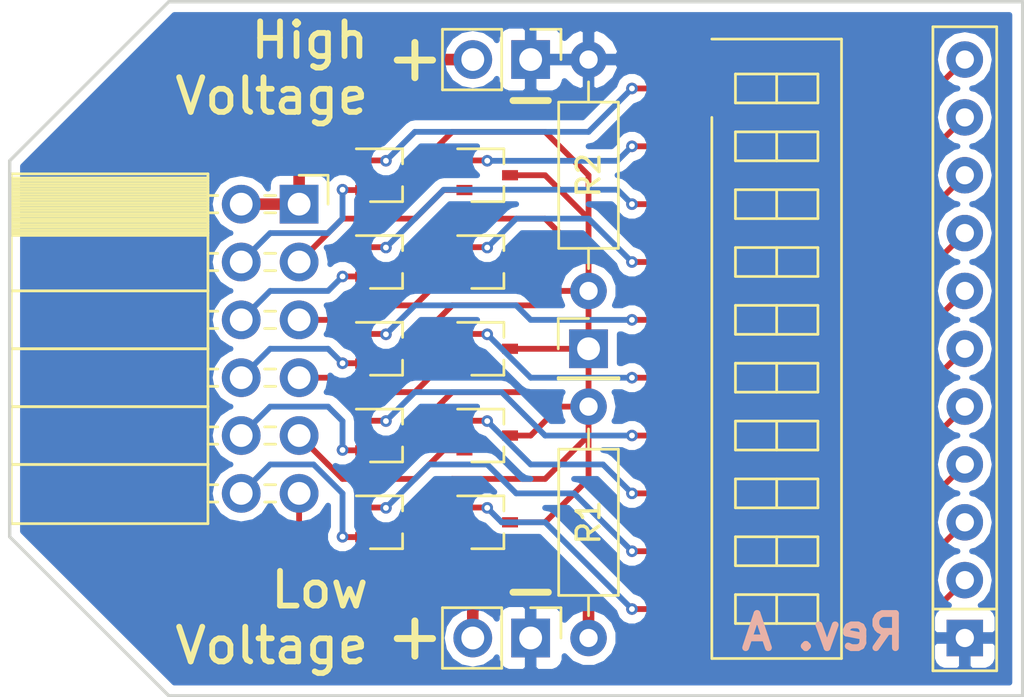
<source format=kicad_pcb>
(kicad_pcb (version 4) (host pcbnew 4.0.6)

  (general
    (links 48)
    (no_connects 0)
    (area 130.867599 94.1376 176.7824 126.723352)
    (thickness 1.6)
    (drawings 13)
    (tracks 212)
    (zones 0)
    (modules 18)
    (nets 35)
  )

  (page A4)
  (layers
    (0 F.Cu jumper)
    (31 B.Cu signal)
    (36 B.SilkS user)
    (37 F.SilkS user)
    (38 B.Mask user)
    (39 F.Mask user)
    (44 Edge.Cuts user)
  )

  (setup
    (last_trace_width 0.254)
    (trace_clearance 0.1524)
    (zone_clearance 0.381)
    (zone_45_only no)
    (trace_min 0.1524)
    (segment_width 0.2)
    (edge_width 0.15)
    (via_size 0.508)
    (via_drill 0.254)
    (via_min_size 0.508)
    (via_min_drill 0.254)
    (uvia_size 0.254)
    (uvia_drill 0.127)
    (uvias_allowed no)
    (uvia_min_size 0.254)
    (uvia_min_drill 0.127)
    (pcb_text_width 0.3)
    (pcb_text_size 1.5 1.5)
    (mod_edge_width 0.15)
    (mod_text_size 1 1)
    (mod_text_width 0.15)
    (pad_size 1.7 1.7)
    (pad_drill 1)
    (pad_to_mask_clearance 0.2)
    (aux_axis_origin 0 0)
    (visible_elements 7FFFFF7F)
    (pcbplotparams
      (layerselection 0x00030_80000001)
      (usegerberextensions false)
      (excludeedgelayer false)
      (linewidth 0.100000)
      (plotframeref false)
      (viasonmask false)
      (mode 1)
      (useauxorigin false)
      (hpglpennumber 1)
      (hpglpenspeed 20)
      (hpglpendiameter 15)
      (hpglpenoverlay 2)
      (psnegative false)
      (psa4output false)
      (plotreference true)
      (plotvalue true)
      (plotinvisibletext false)
      (padsonsilk false)
      (subtractmaskfromsilk false)
      (outputformat 4)
      (mirror false)
      (drillshape 0)
      (scaleselection 1)
      (outputdirectory ""))
  )

  (net 0 "")
  (net 1 "Net-(J1-Pad1)")
  (net 2 "Net-(J1-Pad3)")
  (net 3 "Net-(J1-Pad4)")
  (net 4 "Net-(J1-Pad5)")
  (net 5 "Net-(J1-Pad6)")
  (net 6 "Net-(J1-Pad7)")
  (net 7 "Net-(J1-Pad8)")
  (net 8 "Net-(J1-Pad9)")
  (net 9 "Net-(J1-Pad10)")
  (net 10 "Net-(J1-Pad11)")
  (net 11 "Net-(J1-Pad12)")
  (net 12 GND)
  (net 13 "Net-(J2-Pad2)")
  (net 14 "Net-(J4-Pad1)")
  (net 15 "Net-(Q1-Pad1)")
  (net 16 "Net-(Q2-Pad1)")
  (net 17 "Net-(Q3-Pad1)")
  (net 18 "Net-(Q4-Pad1)")
  (net 19 "Net-(Q5-Pad1)")
  (net 20 "Net-(Q6-Pad1)")
  (net 21 "Net-(Q7-Pad1)")
  (net 22 "Net-(Q8-Pad1)")
  (net 23 "Net-(Q9-Pad1)")
  (net 24 "Net-(Q10-Pad1)")
  (net 25 "Net-(RN1-Pad2)")
  (net 26 "Net-(RN1-Pad3)")
  (net 27 "Net-(RN1-Pad4)")
  (net 28 "Net-(RN1-Pad5)")
  (net 29 "Net-(RN1-Pad6)")
  (net 30 "Net-(RN1-Pad7)")
  (net 31 "Net-(RN1-Pad8)")
  (net 32 "Net-(RN1-Pad9)")
  (net 33 "Net-(RN1-Pad10)")
  (net 34 "Net-(RN1-Pad11)")

  (net_class Default "This is the default net class."
    (clearance 0.1524)
    (trace_width 0.254)
    (via_dia 0.508)
    (via_drill 0.254)
    (uvia_dia 0.254)
    (uvia_drill 0.127)
    (add_net GND)
    (add_net "Net-(J1-Pad1)")
    (add_net "Net-(J1-Pad10)")
    (add_net "Net-(J1-Pad11)")
    (add_net "Net-(J1-Pad12)")
    (add_net "Net-(J1-Pad3)")
    (add_net "Net-(J1-Pad4)")
    (add_net "Net-(J1-Pad5)")
    (add_net "Net-(J1-Pad6)")
    (add_net "Net-(J1-Pad7)")
    (add_net "Net-(J1-Pad8)")
    (add_net "Net-(J1-Pad9)")
    (add_net "Net-(J2-Pad2)")
    (add_net "Net-(J4-Pad1)")
    (add_net "Net-(Q1-Pad1)")
    (add_net "Net-(Q10-Pad1)")
    (add_net "Net-(Q2-Pad1)")
    (add_net "Net-(Q3-Pad1)")
    (add_net "Net-(Q4-Pad1)")
    (add_net "Net-(Q5-Pad1)")
    (add_net "Net-(Q6-Pad1)")
    (add_net "Net-(Q7-Pad1)")
    (add_net "Net-(Q8-Pad1)")
    (add_net "Net-(Q9-Pad1)")
    (add_net "Net-(RN1-Pad10)")
    (add_net "Net-(RN1-Pad11)")
    (add_net "Net-(RN1-Pad2)")
    (add_net "Net-(RN1-Pad3)")
    (add_net "Net-(RN1-Pad4)")
    (add_net "Net-(RN1-Pad5)")
    (add_net "Net-(RN1-Pad6)")
    (add_net "Net-(RN1-Pad7)")
    (add_net "Net-(RN1-Pad8)")
    (add_net "Net-(RN1-Pad9)")
  )

  (net_class Power ""
    (clearance 0.1524)
    (trace_width 0.508)
    (via_dia 0.508)
    (via_drill 0.254)
    (uvia_dia 0.254)
    (uvia_drill 0.127)
  )

  (module Buttons_Switches_SMD:SW_DIP_x10_W8.61mm_Slide_LowProfile (layer F.Cu) (tedit 5913EB0E) (tstamp 5913EB2E)
    (at 165.1 110.49)
    (descr "10x-dip-switch, Slide, row spacing 8.61 mm (338 mils), SMD, LowProfile")
    (tags "DIP Switch Slide 8.61mm 338mil SMD LowProfile")
    (path /591454C6)
    (attr smd)
    (fp_text reference S1 (at 0 -14.6) (layer F.SilkS) hide
      (effects (font (size 1 1) (thickness 0.15)))
    )
    (fp_text value DIP_SW_10 (at 0 14.6) (layer F.Fab) hide
      (effects (font (size 1 1) (thickness 0.15)))
    )
    (fp_line (start -2.34 -13.48) (end 3.34 -13.48) (layer F.Fab) (width 0.1))
    (fp_line (start 3.34 -13.48) (end 3.34 13.48) (layer F.Fab) (width 0.1))
    (fp_line (start 3.34 13.48) (end -3.34 13.48) (layer F.Fab) (width 0.1))
    (fp_line (start -3.34 13.48) (end -3.34 -12.48) (layer F.Fab) (width 0.1))
    (fp_line (start -3.34 -12.48) (end -2.34 -13.48) (layer F.Fab) (width 0.1))
    (fp_line (start -1.81 -12.065) (end -1.81 -10.795) (layer F.Fab) (width 0.1))
    (fp_line (start -1.81 -10.795) (end 1.81 -10.795) (layer F.Fab) (width 0.1))
    (fp_line (start 1.81 -10.795) (end 1.81 -12.065) (layer F.Fab) (width 0.1))
    (fp_line (start 1.81 -12.065) (end -1.81 -12.065) (layer F.Fab) (width 0.1))
    (fp_line (start 0 -12.065) (end 0 -10.795) (layer F.Fab) (width 0.1))
    (fp_line (start -1.81 -9.525) (end -1.81 -8.255) (layer F.Fab) (width 0.1))
    (fp_line (start -1.81 -8.255) (end 1.81 -8.255) (layer F.Fab) (width 0.1))
    (fp_line (start 1.81 -8.255) (end 1.81 -9.525) (layer F.Fab) (width 0.1))
    (fp_line (start 1.81 -9.525) (end -1.81 -9.525) (layer F.Fab) (width 0.1))
    (fp_line (start 0 -9.525) (end 0 -8.255) (layer F.Fab) (width 0.1))
    (fp_line (start -1.81 -6.985) (end -1.81 -5.715) (layer F.Fab) (width 0.1))
    (fp_line (start -1.81 -5.715) (end 1.81 -5.715) (layer F.Fab) (width 0.1))
    (fp_line (start 1.81 -5.715) (end 1.81 -6.985) (layer F.Fab) (width 0.1))
    (fp_line (start 1.81 -6.985) (end -1.81 -6.985) (layer F.Fab) (width 0.1))
    (fp_line (start 0 -6.985) (end 0 -5.715) (layer F.Fab) (width 0.1))
    (fp_line (start -1.81 -4.445) (end -1.81 -3.175) (layer F.Fab) (width 0.1))
    (fp_line (start -1.81 -3.175) (end 1.81 -3.175) (layer F.Fab) (width 0.1))
    (fp_line (start 1.81 -3.175) (end 1.81 -4.445) (layer F.Fab) (width 0.1))
    (fp_line (start 1.81 -4.445) (end -1.81 -4.445) (layer F.Fab) (width 0.1))
    (fp_line (start 0 -4.445) (end 0 -3.175) (layer F.Fab) (width 0.1))
    (fp_line (start -1.81 -1.905) (end -1.81 -0.635) (layer F.Fab) (width 0.1))
    (fp_line (start -1.81 -0.635) (end 1.81 -0.635) (layer F.Fab) (width 0.1))
    (fp_line (start 1.81 -0.635) (end 1.81 -1.905) (layer F.Fab) (width 0.1))
    (fp_line (start 1.81 -1.905) (end -1.81 -1.905) (layer F.Fab) (width 0.1))
    (fp_line (start 0 -1.905) (end 0 -0.635) (layer F.Fab) (width 0.1))
    (fp_line (start -1.81 0.635) (end -1.81 1.905) (layer F.Fab) (width 0.1))
    (fp_line (start -1.81 1.905) (end 1.81 1.905) (layer F.Fab) (width 0.1))
    (fp_line (start 1.81 1.905) (end 1.81 0.635) (layer F.Fab) (width 0.1))
    (fp_line (start 1.81 0.635) (end -1.81 0.635) (layer F.Fab) (width 0.1))
    (fp_line (start 0 0.635) (end 0 1.905) (layer F.Fab) (width 0.1))
    (fp_line (start -1.81 3.175) (end -1.81 4.445) (layer F.Fab) (width 0.1))
    (fp_line (start -1.81 4.445) (end 1.81 4.445) (layer F.Fab) (width 0.1))
    (fp_line (start 1.81 4.445) (end 1.81 3.175) (layer F.Fab) (width 0.1))
    (fp_line (start 1.81 3.175) (end -1.81 3.175) (layer F.Fab) (width 0.1))
    (fp_line (start 0 3.175) (end 0 4.445) (layer F.Fab) (width 0.1))
    (fp_line (start -1.81 5.715) (end -1.81 6.985) (layer F.Fab) (width 0.1))
    (fp_line (start -1.81 6.985) (end 1.81 6.985) (layer F.Fab) (width 0.1))
    (fp_line (start 1.81 6.985) (end 1.81 5.715) (layer F.Fab) (width 0.1))
    (fp_line (start 1.81 5.715) (end -1.81 5.715) (layer F.Fab) (width 0.1))
    (fp_line (start 0 5.715) (end 0 6.985) (layer F.Fab) (width 0.1))
    (fp_line (start -1.81 8.255) (end -1.81 9.525) (layer F.Fab) (width 0.1))
    (fp_line (start -1.81 9.525) (end 1.81 9.525) (layer F.Fab) (width 0.1))
    (fp_line (start 1.81 9.525) (end 1.81 8.255) (layer F.Fab) (width 0.1))
    (fp_line (start 1.81 8.255) (end -1.81 8.255) (layer F.Fab) (width 0.1))
    (fp_line (start 0 8.255) (end 0 9.525) (layer F.Fab) (width 0.1))
    (fp_line (start -1.81 10.795) (end -1.81 12.065) (layer F.Fab) (width 0.1))
    (fp_line (start -1.81 12.065) (end 1.81 12.065) (layer F.Fab) (width 0.1))
    (fp_line (start 1.81 12.065) (end 1.81 10.795) (layer F.Fab) (width 0.1))
    (fp_line (start 1.81 10.795) (end -1.81 10.795) (layer F.Fab) (width 0.1))
    (fp_line (start 0 10.795) (end 0 12.065) (layer F.Fab) (width 0.1))
    (fp_line (start -2.845 -13.6) (end 2.845 -13.6) (layer F.SilkS) (width 0.12))
    (fp_line (start 2.845 -13.6) (end 2.845 13.6) (layer F.SilkS) (width 0.12))
    (fp_line (start 2.845 13.6) (end -2.845 13.6) (layer F.SilkS) (width 0.12))
    (fp_line (start -2.845 13.6) (end -2.845 -10.16) (layer F.SilkS) (width 0.12))
    (fp_line (start -1.81 -12.065) (end -1.81 -10.795) (layer F.SilkS) (width 0.12))
    (fp_line (start -1.81 -10.795) (end 1.81 -10.795) (layer F.SilkS) (width 0.12))
    (fp_line (start 1.81 -10.795) (end 1.81 -12.065) (layer F.SilkS) (width 0.12))
    (fp_line (start 1.81 -12.065) (end -1.81 -12.065) (layer F.SilkS) (width 0.12))
    (fp_line (start 0 -12.065) (end 0 -10.795) (layer F.SilkS) (width 0.12))
    (fp_line (start -1.81 -9.525) (end -1.81 -8.255) (layer F.SilkS) (width 0.12))
    (fp_line (start -1.81 -8.255) (end 1.81 -8.255) (layer F.SilkS) (width 0.12))
    (fp_line (start 1.81 -8.255) (end 1.81 -9.525) (layer F.SilkS) (width 0.12))
    (fp_line (start 1.81 -9.525) (end -1.81 -9.525) (layer F.SilkS) (width 0.12))
    (fp_line (start 0 -9.525) (end 0 -8.255) (layer F.SilkS) (width 0.12))
    (fp_line (start -1.81 -6.985) (end -1.81 -5.715) (layer F.SilkS) (width 0.12))
    (fp_line (start -1.81 -5.715) (end 1.81 -5.715) (layer F.SilkS) (width 0.12))
    (fp_line (start 1.81 -5.715) (end 1.81 -6.985) (layer F.SilkS) (width 0.12))
    (fp_line (start 1.81 -6.985) (end -1.81 -6.985) (layer F.SilkS) (width 0.12))
    (fp_line (start 0 -6.985) (end 0 -5.715) (layer F.SilkS) (width 0.12))
    (fp_line (start -1.81 -4.445) (end -1.81 -3.175) (layer F.SilkS) (width 0.12))
    (fp_line (start -1.81 -3.175) (end 1.81 -3.175) (layer F.SilkS) (width 0.12))
    (fp_line (start 1.81 -3.175) (end 1.81 -4.445) (layer F.SilkS) (width 0.12))
    (fp_line (start 1.81 -4.445) (end -1.81 -4.445) (layer F.SilkS) (width 0.12))
    (fp_line (start 0 -4.445) (end 0 -3.175) (layer F.SilkS) (width 0.12))
    (fp_line (start -1.81 -1.905) (end -1.81 -0.635) (layer F.SilkS) (width 0.12))
    (fp_line (start -1.81 -0.635) (end 1.81 -0.635) (layer F.SilkS) (width 0.12))
    (fp_line (start 1.81 -0.635) (end 1.81 -1.905) (layer F.SilkS) (width 0.12))
    (fp_line (start 1.81 -1.905) (end -1.81 -1.905) (layer F.SilkS) (width 0.12))
    (fp_line (start 0 -1.905) (end 0 -0.635) (layer F.SilkS) (width 0.12))
    (fp_line (start -1.81 0.635) (end -1.81 1.905) (layer F.SilkS) (width 0.12))
    (fp_line (start -1.81 1.905) (end 1.81 1.905) (layer F.SilkS) (width 0.12))
    (fp_line (start 1.81 1.905) (end 1.81 0.635) (layer F.SilkS) (width 0.12))
    (fp_line (start 1.81 0.635) (end -1.81 0.635) (layer F.SilkS) (width 0.12))
    (fp_line (start 0 0.635) (end 0 1.905) (layer F.SilkS) (width 0.12))
    (fp_line (start -1.81 3.175) (end -1.81 4.445) (layer F.SilkS) (width 0.12))
    (fp_line (start -1.81 4.445) (end 1.81 4.445) (layer F.SilkS) (width 0.12))
    (fp_line (start 1.81 4.445) (end 1.81 3.175) (layer F.SilkS) (width 0.12))
    (fp_line (start 1.81 3.175) (end -1.81 3.175) (layer F.SilkS) (width 0.12))
    (fp_line (start 0 3.175) (end 0 4.445) (layer F.SilkS) (width 0.12))
    (fp_line (start -1.81 5.715) (end -1.81 6.985) (layer F.SilkS) (width 0.12))
    (fp_line (start -1.81 6.985) (end 1.81 6.985) (layer F.SilkS) (width 0.12))
    (fp_line (start 1.81 6.985) (end 1.81 5.715) (layer F.SilkS) (width 0.12))
    (fp_line (start 1.81 5.715) (end -1.81 5.715) (layer F.SilkS) (width 0.12))
    (fp_line (start 0 5.715) (end 0 6.985) (layer F.SilkS) (width 0.12))
    (fp_line (start -1.81 8.255) (end -1.81 9.525) (layer F.SilkS) (width 0.12))
    (fp_line (start -1.81 9.525) (end 1.81 9.525) (layer F.SilkS) (width 0.12))
    (fp_line (start 1.81 9.525) (end 1.81 8.255) (layer F.SilkS) (width 0.12))
    (fp_line (start 1.81 8.255) (end -1.81 8.255) (layer F.SilkS) (width 0.12))
    (fp_line (start 0 8.255) (end 0 9.525) (layer F.SilkS) (width 0.12))
    (fp_line (start -1.81 10.795) (end -1.81 12.065) (layer F.SilkS) (width 0.12))
    (fp_line (start -1.81 12.065) (end 1.81 12.065) (layer F.SilkS) (width 0.12))
    (fp_line (start 1.81 12.065) (end 1.81 10.795) (layer F.SilkS) (width 0.12))
    (fp_line (start 1.81 10.795) (end -1.81 10.795) (layer F.SilkS) (width 0.12))
    (fp_line (start 0 10.795) (end 0 12.065) (layer F.SilkS) (width 0.12))
    (fp_line (start -5.8 -13.9) (end -5.8 13.9) (layer F.CrtYd) (width 0.05))
    (fp_line (start -5.8 13.9) (end 5.8 13.9) (layer F.CrtYd) (width 0.05))
    (fp_line (start 5.8 13.9) (end 5.8 -13.9) (layer F.CrtYd) (width 0.05))
    (fp_line (start 5.8 -13.9) (end -5.8 -13.9) (layer F.CrtYd) (width 0.05))
    (pad 1 smd rect (at -4.305 -11.43) (size 2.44 1.12) (layers F.Cu F.Mask)
      (net 15 "Net-(Q1-Pad1)"))
    (pad 11 smd rect (at 4.305 11.43) (size 2.44 1.12) (layers F.Cu F.Mask)
      (net 25 "Net-(RN1-Pad2)"))
    (pad 2 smd rect (at -4.305 -8.89) (size 2.44 1.12) (layers F.Cu F.Mask)
      (net 16 "Net-(Q2-Pad1)"))
    (pad 12 smd rect (at 4.305 8.89) (size 2.44 1.12) (layers F.Cu F.Mask)
      (net 26 "Net-(RN1-Pad3)"))
    (pad 3 smd rect (at -4.305 -6.35) (size 2.44 1.12) (layers F.Cu F.Mask)
      (net 17 "Net-(Q3-Pad1)"))
    (pad 13 smd rect (at 4.305 6.35) (size 2.44 1.12) (layers F.Cu F.Mask)
      (net 27 "Net-(RN1-Pad4)"))
    (pad 4 smd rect (at -4.305 -3.81) (size 2.44 1.12) (layers F.Cu F.Mask)
      (net 18 "Net-(Q4-Pad1)"))
    (pad 14 smd rect (at 4.305 3.81) (size 2.44 1.12) (layers F.Cu F.Mask)
      (net 28 "Net-(RN1-Pad5)"))
    (pad 5 smd rect (at -4.305 -1.27) (size 2.44 1.12) (layers F.Cu F.Mask)
      (net 19 "Net-(Q5-Pad1)"))
    (pad 15 smd rect (at 4.305 1.27) (size 2.44 1.12) (layers F.Cu F.Mask)
      (net 29 "Net-(RN1-Pad6)"))
    (pad 6 smd rect (at -4.305 1.27) (size 2.44 1.12) (layers F.Cu F.Mask)
      (net 20 "Net-(Q6-Pad1)"))
    (pad 16 smd rect (at 4.305 -1.27) (size 2.44 1.12) (layers F.Cu F.Mask)
      (net 30 "Net-(RN1-Pad7)"))
    (pad 7 smd rect (at -4.305 3.81) (size 2.44 1.12) (layers F.Cu F.Mask)
      (net 21 "Net-(Q7-Pad1)"))
    (pad 17 smd rect (at 4.305 -3.81) (size 2.44 1.12) (layers F.Cu F.Mask)
      (net 31 "Net-(RN1-Pad8)"))
    (pad 8 smd rect (at -4.305 6.35) (size 2.44 1.12) (layers F.Cu F.Mask)
      (net 22 "Net-(Q8-Pad1)"))
    (pad 18 smd rect (at 4.305 -6.35) (size 2.44 1.12) (layers F.Cu F.Mask)
      (net 32 "Net-(RN1-Pad9)"))
    (pad 9 smd rect (at -4.305 8.89) (size 2.44 1.12) (layers F.Cu F.Mask)
      (net 23 "Net-(Q9-Pad1)"))
    (pad 19 smd rect (at 4.305 -8.89) (size 2.44 1.12) (layers F.Cu F.Mask)
      (net 33 "Net-(RN1-Pad10)"))
    (pad 10 smd rect (at -4.305 11.43) (size 2.44 1.12) (layers F.Cu F.Mask)
      (net 24 "Net-(Q10-Pad1)"))
    (pad 20 smd rect (at 4.305 -11.43) (size 2.44 1.12) (layers F.Cu F.Mask)
      (net 34 "Net-(RN1-Pad11)"))
    (model Buttons_Switches.3dshapes/SW_DIP_x10_W8.61mm_Slide_LowProfile.wrl
      (at (xyz 0 0 0))
      (scale (xyz 1 1 1))
      (rotate (xyz 0 0 90))
    )
  )

  (module TO_SOT_Packages_SMD:SOT-323_SC-70 (layer F.Cu) (tedit 5913E5A1) (tstamp 5913D357)
    (at 147.955 106.68)
    (descr "SOT-323, SC-70")
    (tags "SOT-323 SC-70")
    (path /591428F4)
    (attr smd)
    (fp_text reference Q3 (at -0.05 -1.95) (layer F.SilkS) hide
      (effects (font (size 1 1) (thickness 0.15)))
    )
    (fp_text value Q_NPN_ECB (at -0.05 2.05) (layer F.Fab) hide
      (effects (font (size 1 1) (thickness 0.15)))
    )
    (fp_text user %R (at -0.005 0) (layer F.Fab)
      (effects (font (size 0.5 0.5) (thickness 0.075)))
    )
    (fp_line (start 0.73 0.5) (end 0.73 1.16) (layer F.SilkS) (width 0.12))
    (fp_line (start 0.73 -1.16) (end 0.73 -0.5) (layer F.SilkS) (width 0.12))
    (fp_line (start 1.7 1.3) (end -1.7 1.3) (layer F.CrtYd) (width 0.05))
    (fp_line (start 1.7 -1.3) (end 1.7 1.3) (layer F.CrtYd) (width 0.05))
    (fp_line (start -1.7 -1.3) (end 1.7 -1.3) (layer F.CrtYd) (width 0.05))
    (fp_line (start -1.7 1.3) (end -1.7 -1.3) (layer F.CrtYd) (width 0.05))
    (fp_line (start 0.73 -1.16) (end -1.3 -1.16) (layer F.SilkS) (width 0.12))
    (fp_line (start -0.68 1.16) (end 0.73 1.16) (layer F.SilkS) (width 0.12))
    (fp_line (start 0.67 -1.1) (end -0.18 -1.1) (layer F.Fab) (width 0.1))
    (fp_line (start -0.68 -0.6) (end -0.68 1.1) (layer F.Fab) (width 0.1))
    (fp_line (start 0.67 -1.1) (end 0.67 1.1) (layer F.Fab) (width 0.1))
    (fp_line (start 0.67 1.1) (end -0.68 1.1) (layer F.Fab) (width 0.1))
    (fp_line (start -0.18 -1.1) (end -0.68 -0.6) (layer F.Fab) (width 0.1))
    (pad 1 smd rect (at -1 -0.65 270) (size 0.45 0.7) (layers F.Cu F.Mask)
      (net 17 "Net-(Q3-Pad1)"))
    (pad 2 smd rect (at -1 0.65 270) (size 0.45 0.7) (layers F.Cu F.Mask)
      (net 5 "Net-(J1-Pad6)"))
    (pad 3 smd rect (at 1 0 270) (size 0.45 0.7) (layers F.Cu F.Mask)
      (net 14 "Net-(J4-Pad1)"))
    (model ${KISYS3DMOD}/TO_SOT_Packages_SMD.3dshapes/SOT-323_SC-70.wrl
      (at (xyz 0 0 0))
      (scale (xyz 1 1 1))
      (rotate (xyz 0 0 0))
    )
  )

  (module TO_SOT_Packages_SMD:SOT-323_SC-70 (layer F.Cu) (tedit 5913E597) (tstamp 5913D349)
    (at 147.955 102.87)
    (descr "SOT-323, SC-70")
    (tags "SOT-323 SC-70")
    (path /591426A4)
    (attr smd)
    (fp_text reference Q1 (at -0.05 -1.95) (layer F.SilkS) hide
      (effects (font (size 1 1) (thickness 0.15)))
    )
    (fp_text value Q_NPN_ECB (at -0.05 2.05) (layer F.Fab) hide
      (effects (font (size 1 1) (thickness 0.15)))
    )
    (fp_text user %R (at -0.005 0) (layer F.Fab)
      (effects (font (size 0.5 0.5) (thickness 0.075)))
    )
    (fp_line (start 0.73 0.5) (end 0.73 1.16) (layer F.SilkS) (width 0.12))
    (fp_line (start 0.73 -1.16) (end 0.73 -0.5) (layer F.SilkS) (width 0.12))
    (fp_line (start 1.7 1.3) (end -1.7 1.3) (layer F.CrtYd) (width 0.05))
    (fp_line (start 1.7 -1.3) (end 1.7 1.3) (layer F.CrtYd) (width 0.05))
    (fp_line (start -1.7 -1.3) (end 1.7 -1.3) (layer F.CrtYd) (width 0.05))
    (fp_line (start -1.7 1.3) (end -1.7 -1.3) (layer F.CrtYd) (width 0.05))
    (fp_line (start 0.73 -1.16) (end -1.3 -1.16) (layer F.SilkS) (width 0.12))
    (fp_line (start -0.68 1.16) (end 0.73 1.16) (layer F.SilkS) (width 0.12))
    (fp_line (start 0.67 -1.1) (end -0.18 -1.1) (layer F.Fab) (width 0.1))
    (fp_line (start -0.68 -0.6) (end -0.68 1.1) (layer F.Fab) (width 0.1))
    (fp_line (start 0.67 -1.1) (end 0.67 1.1) (layer F.Fab) (width 0.1))
    (fp_line (start 0.67 1.1) (end -0.68 1.1) (layer F.Fab) (width 0.1))
    (fp_line (start -0.18 -1.1) (end -0.68 -0.6) (layer F.Fab) (width 0.1))
    (pad 1 smd rect (at -1 -0.65 270) (size 0.45 0.7) (layers F.Cu F.Mask)
      (net 15 "Net-(Q1-Pad1)"))
    (pad 2 smd rect (at -1 0.65 270) (size 0.45 0.7) (layers F.Cu F.Mask)
      (net 3 "Net-(J1-Pad4)"))
    (pad 3 smd rect (at 1 0 270) (size 0.45 0.7) (layers F.Cu F.Mask)
      (net 14 "Net-(J4-Pad1)"))
    (model ${KISYS3DMOD}/TO_SOT_Packages_SMD.3dshapes/SOT-323_SC-70.wrl
      (at (xyz 0 0 0))
      (scale (xyz 1 1 1))
      (rotate (xyz 0 0 0))
    )
  )

  (module TO_SOT_Packages_SMD:SOT-323_SC-70 (layer F.Cu) (tedit 5913E59D) (tstamp 5913D350)
    (at 152.4 102.87)
    (descr "SOT-323, SC-70")
    (tags "SOT-323 SC-70")
    (path /59142884)
    (attr smd)
    (fp_text reference Q2 (at -0.05 -1.95) (layer F.SilkS) hide
      (effects (font (size 1 1) (thickness 0.15)))
    )
    (fp_text value Q_NPN_ECB (at -0.05 2.05) (layer F.Fab) hide
      (effects (font (size 1 1) (thickness 0.15)))
    )
    (fp_text user %R (at -0.005 0) (layer F.Fab)
      (effects (font (size 0.5 0.5) (thickness 0.075)))
    )
    (fp_line (start 0.73 0.5) (end 0.73 1.16) (layer F.SilkS) (width 0.12))
    (fp_line (start 0.73 -1.16) (end 0.73 -0.5) (layer F.SilkS) (width 0.12))
    (fp_line (start 1.7 1.3) (end -1.7 1.3) (layer F.CrtYd) (width 0.05))
    (fp_line (start 1.7 -1.3) (end 1.7 1.3) (layer F.CrtYd) (width 0.05))
    (fp_line (start -1.7 -1.3) (end 1.7 -1.3) (layer F.CrtYd) (width 0.05))
    (fp_line (start -1.7 1.3) (end -1.7 -1.3) (layer F.CrtYd) (width 0.05))
    (fp_line (start 0.73 -1.16) (end -1.3 -1.16) (layer F.SilkS) (width 0.12))
    (fp_line (start -0.68 1.16) (end 0.73 1.16) (layer F.SilkS) (width 0.12))
    (fp_line (start 0.67 -1.1) (end -0.18 -1.1) (layer F.Fab) (width 0.1))
    (fp_line (start -0.68 -0.6) (end -0.68 1.1) (layer F.Fab) (width 0.1))
    (fp_line (start 0.67 -1.1) (end 0.67 1.1) (layer F.Fab) (width 0.1))
    (fp_line (start 0.67 1.1) (end -0.68 1.1) (layer F.Fab) (width 0.1))
    (fp_line (start -0.18 -1.1) (end -0.68 -0.6) (layer F.Fab) (width 0.1))
    (pad 1 smd rect (at -1 -0.65 270) (size 0.45 0.7) (layers F.Cu F.Mask)
      (net 16 "Net-(Q2-Pad1)"))
    (pad 2 smd rect (at -1 0.65 270) (size 0.45 0.7) (layers F.Cu F.Mask)
      (net 2 "Net-(J1-Pad3)"))
    (pad 3 smd rect (at 1 0 270) (size 0.45 0.7) (layers F.Cu F.Mask)
      (net 14 "Net-(J4-Pad1)"))
    (model ${KISYS3DMOD}/TO_SOT_Packages_SMD.3dshapes/SOT-323_SC-70.wrl
      (at (xyz 0 0 0))
      (scale (xyz 1 1 1))
      (rotate (xyz 0 0 0))
    )
  )

  (module TO_SOT_Packages_SMD:SOT-323_SC-70 (layer F.Cu) (tedit 5913E59F) (tstamp 5913D35E)
    (at 152.4 106.68)
    (descr "SOT-323, SC-70")
    (tags "SOT-323 SC-70")
    (path /591429DF)
    (attr smd)
    (fp_text reference Q4 (at -0.05 -1.95) (layer F.SilkS) hide
      (effects (font (size 1 1) (thickness 0.15)))
    )
    (fp_text value Q_NPN_ECB (at -0.05 2.05) (layer F.Fab) hide
      (effects (font (size 1 1) (thickness 0.15)))
    )
    (fp_text user %R (at -0.005 0) (layer F.Fab)
      (effects (font (size 0.5 0.5) (thickness 0.075)))
    )
    (fp_line (start 0.73 0.5) (end 0.73 1.16) (layer F.SilkS) (width 0.12))
    (fp_line (start 0.73 -1.16) (end 0.73 -0.5) (layer F.SilkS) (width 0.12))
    (fp_line (start 1.7 1.3) (end -1.7 1.3) (layer F.CrtYd) (width 0.05))
    (fp_line (start 1.7 -1.3) (end 1.7 1.3) (layer F.CrtYd) (width 0.05))
    (fp_line (start -1.7 -1.3) (end 1.7 -1.3) (layer F.CrtYd) (width 0.05))
    (fp_line (start -1.7 1.3) (end -1.7 -1.3) (layer F.CrtYd) (width 0.05))
    (fp_line (start 0.73 -1.16) (end -1.3 -1.16) (layer F.SilkS) (width 0.12))
    (fp_line (start -0.68 1.16) (end 0.73 1.16) (layer F.SilkS) (width 0.12))
    (fp_line (start 0.67 -1.1) (end -0.18 -1.1) (layer F.Fab) (width 0.1))
    (fp_line (start -0.68 -0.6) (end -0.68 1.1) (layer F.Fab) (width 0.1))
    (fp_line (start 0.67 -1.1) (end 0.67 1.1) (layer F.Fab) (width 0.1))
    (fp_line (start 0.67 1.1) (end -0.68 1.1) (layer F.Fab) (width 0.1))
    (fp_line (start -0.18 -1.1) (end -0.68 -0.6) (layer F.Fab) (width 0.1))
    (pad 1 smd rect (at -1 -0.65 270) (size 0.45 0.7) (layers F.Cu F.Mask)
      (net 18 "Net-(Q4-Pad1)"))
    (pad 2 smd rect (at -1 0.65 270) (size 0.45 0.7) (layers F.Cu F.Mask)
      (net 4 "Net-(J1-Pad5)"))
    (pad 3 smd rect (at 1 0 270) (size 0.45 0.7) (layers F.Cu F.Mask)
      (net 14 "Net-(J4-Pad1)"))
    (model ${KISYS3DMOD}/TO_SOT_Packages_SMD.3dshapes/SOT-323_SC-70.wrl
      (at (xyz 0 0 0))
      (scale (xyz 1 1 1))
      (rotate (xyz 0 0 0))
    )
  )

  (module TO_SOT_Packages_SMD:SOT-323_SC-70 (layer F.Cu) (tedit 5913E5A3) (tstamp 5913D365)
    (at 147.955 110.49)
    (descr "SOT-323, SC-70")
    (tags "SOT-323 SC-70")
    (path /59142995)
    (attr smd)
    (fp_text reference Q5 (at -0.05 -1.95) (layer F.SilkS) hide
      (effects (font (size 1 1) (thickness 0.15)))
    )
    (fp_text value Q_NPN_ECB (at -0.05 2.05) (layer F.Fab) hide
      (effects (font (size 1 1) (thickness 0.15)))
    )
    (fp_text user %R (at -0.005 0) (layer F.Fab)
      (effects (font (size 0.5 0.5) (thickness 0.075)))
    )
    (fp_line (start 0.73 0.5) (end 0.73 1.16) (layer F.SilkS) (width 0.12))
    (fp_line (start 0.73 -1.16) (end 0.73 -0.5) (layer F.SilkS) (width 0.12))
    (fp_line (start 1.7 1.3) (end -1.7 1.3) (layer F.CrtYd) (width 0.05))
    (fp_line (start 1.7 -1.3) (end 1.7 1.3) (layer F.CrtYd) (width 0.05))
    (fp_line (start -1.7 -1.3) (end 1.7 -1.3) (layer F.CrtYd) (width 0.05))
    (fp_line (start -1.7 1.3) (end -1.7 -1.3) (layer F.CrtYd) (width 0.05))
    (fp_line (start 0.73 -1.16) (end -1.3 -1.16) (layer F.SilkS) (width 0.12))
    (fp_line (start -0.68 1.16) (end 0.73 1.16) (layer F.SilkS) (width 0.12))
    (fp_line (start 0.67 -1.1) (end -0.18 -1.1) (layer F.Fab) (width 0.1))
    (fp_line (start -0.68 -0.6) (end -0.68 1.1) (layer F.Fab) (width 0.1))
    (fp_line (start 0.67 -1.1) (end 0.67 1.1) (layer F.Fab) (width 0.1))
    (fp_line (start 0.67 1.1) (end -0.68 1.1) (layer F.Fab) (width 0.1))
    (fp_line (start -0.18 -1.1) (end -0.68 -0.6) (layer F.Fab) (width 0.1))
    (pad 1 smd rect (at -1 -0.65 270) (size 0.45 0.7) (layers F.Cu F.Mask)
      (net 19 "Net-(Q5-Pad1)"))
    (pad 2 smd rect (at -1 0.65 270) (size 0.45 0.7) (layers F.Cu F.Mask)
      (net 7 "Net-(J1-Pad8)"))
    (pad 3 smd rect (at 1 0 270) (size 0.45 0.7) (layers F.Cu F.Mask)
      (net 14 "Net-(J4-Pad1)"))
    (model ${KISYS3DMOD}/TO_SOT_Packages_SMD.3dshapes/SOT-323_SC-70.wrl
      (at (xyz 0 0 0))
      (scale (xyz 1 1 1))
      (rotate (xyz 0 0 0))
    )
  )

  (module TO_SOT_Packages_SMD:SOT-323_SC-70 (layer F.Cu) (tedit 5913E5A5) (tstamp 5913D36C)
    (at 152.4 110.49)
    (descr "SOT-323, SC-70")
    (tags "SOT-323 SC-70")
    (path /5914293C)
    (attr smd)
    (fp_text reference Q6 (at -0.05 -1.95) (layer F.SilkS) hide
      (effects (font (size 1 1) (thickness 0.15)))
    )
    (fp_text value Q_NPN_ECB (at -0.05 2.05) (layer F.Fab) hide
      (effects (font (size 1 1) (thickness 0.15)))
    )
    (fp_text user %R (at -0.005 0) (layer F.Fab)
      (effects (font (size 0.5 0.5) (thickness 0.075)))
    )
    (fp_line (start 0.73 0.5) (end 0.73 1.16) (layer F.SilkS) (width 0.12))
    (fp_line (start 0.73 -1.16) (end 0.73 -0.5) (layer F.SilkS) (width 0.12))
    (fp_line (start 1.7 1.3) (end -1.7 1.3) (layer F.CrtYd) (width 0.05))
    (fp_line (start 1.7 -1.3) (end 1.7 1.3) (layer F.CrtYd) (width 0.05))
    (fp_line (start -1.7 -1.3) (end 1.7 -1.3) (layer F.CrtYd) (width 0.05))
    (fp_line (start -1.7 1.3) (end -1.7 -1.3) (layer F.CrtYd) (width 0.05))
    (fp_line (start 0.73 -1.16) (end -1.3 -1.16) (layer F.SilkS) (width 0.12))
    (fp_line (start -0.68 1.16) (end 0.73 1.16) (layer F.SilkS) (width 0.12))
    (fp_line (start 0.67 -1.1) (end -0.18 -1.1) (layer F.Fab) (width 0.1))
    (fp_line (start -0.68 -0.6) (end -0.68 1.1) (layer F.Fab) (width 0.1))
    (fp_line (start 0.67 -1.1) (end 0.67 1.1) (layer F.Fab) (width 0.1))
    (fp_line (start 0.67 1.1) (end -0.68 1.1) (layer F.Fab) (width 0.1))
    (fp_line (start -0.18 -1.1) (end -0.68 -0.6) (layer F.Fab) (width 0.1))
    (pad 1 smd rect (at -1 -0.65 270) (size 0.45 0.7) (layers F.Cu F.Mask)
      (net 20 "Net-(Q6-Pad1)"))
    (pad 2 smd rect (at -1 0.65 270) (size 0.45 0.7) (layers F.Cu F.Mask)
      (net 6 "Net-(J1-Pad7)"))
    (pad 3 smd rect (at 1 0 270) (size 0.45 0.7) (layers F.Cu F.Mask)
      (net 14 "Net-(J4-Pad1)"))
    (model ${KISYS3DMOD}/TO_SOT_Packages_SMD.3dshapes/SOT-323_SC-70.wrl
      (at (xyz 0 0 0))
      (scale (xyz 1 1 1))
      (rotate (xyz 0 0 0))
    )
  )

  (module TO_SOT_Packages_SMD:SOT-323_SC-70 (layer F.Cu) (tedit 5913E5AA) (tstamp 5913D373)
    (at 147.955 114.3)
    (descr "SOT-323, SC-70")
    (tags "SOT-323 SC-70")
    (path /59142A30)
    (attr smd)
    (fp_text reference Q7 (at -0.05 -1.95) (layer F.SilkS) hide
      (effects (font (size 1 1) (thickness 0.15)))
    )
    (fp_text value Q_NPN_ECB (at -0.05 2.05) (layer F.Fab) hide
      (effects (font (size 1 1) (thickness 0.15)))
    )
    (fp_text user %R (at -0.005 0) (layer F.Fab)
      (effects (font (size 0.5 0.5) (thickness 0.075)))
    )
    (fp_line (start 0.73 0.5) (end 0.73 1.16) (layer F.SilkS) (width 0.12))
    (fp_line (start 0.73 -1.16) (end 0.73 -0.5) (layer F.SilkS) (width 0.12))
    (fp_line (start 1.7 1.3) (end -1.7 1.3) (layer F.CrtYd) (width 0.05))
    (fp_line (start 1.7 -1.3) (end 1.7 1.3) (layer F.CrtYd) (width 0.05))
    (fp_line (start -1.7 -1.3) (end 1.7 -1.3) (layer F.CrtYd) (width 0.05))
    (fp_line (start -1.7 1.3) (end -1.7 -1.3) (layer F.CrtYd) (width 0.05))
    (fp_line (start 0.73 -1.16) (end -1.3 -1.16) (layer F.SilkS) (width 0.12))
    (fp_line (start -0.68 1.16) (end 0.73 1.16) (layer F.SilkS) (width 0.12))
    (fp_line (start 0.67 -1.1) (end -0.18 -1.1) (layer F.Fab) (width 0.1))
    (fp_line (start -0.68 -0.6) (end -0.68 1.1) (layer F.Fab) (width 0.1))
    (fp_line (start 0.67 -1.1) (end 0.67 1.1) (layer F.Fab) (width 0.1))
    (fp_line (start 0.67 1.1) (end -0.68 1.1) (layer F.Fab) (width 0.1))
    (fp_line (start -0.18 -1.1) (end -0.68 -0.6) (layer F.Fab) (width 0.1))
    (pad 1 smd rect (at -1 -0.65 270) (size 0.45 0.7) (layers F.Cu F.Mask)
      (net 21 "Net-(Q7-Pad1)"))
    (pad 2 smd rect (at -1 0.65 270) (size 0.45 0.7) (layers F.Cu F.Mask)
      (net 9 "Net-(J1-Pad10)"))
    (pad 3 smd rect (at 1 0 270) (size 0.45 0.7) (layers F.Cu F.Mask)
      (net 14 "Net-(J4-Pad1)"))
    (model ${KISYS3DMOD}/TO_SOT_Packages_SMD.3dshapes/SOT-323_SC-70.wrl
      (at (xyz 0 0 0))
      (scale (xyz 1 1 1))
      (rotate (xyz 0 0 0))
    )
  )

  (module TO_SOT_Packages_SMD:SOT-323_SC-70 (layer F.Cu) (tedit 5913E5A8) (tstamp 5913D37A)
    (at 152.4 114.3)
    (descr "SOT-323, SC-70")
    (tags "SOT-323 SC-70")
    (path /59142AA4)
    (attr smd)
    (fp_text reference Q8 (at -0.05 -1.95) (layer F.SilkS) hide
      (effects (font (size 1 1) (thickness 0.15)))
    )
    (fp_text value Q_NPN_ECB (at -0.05 2.05) (layer F.Fab) hide
      (effects (font (size 1 1) (thickness 0.15)))
    )
    (fp_text user %R (at -0.005 0) (layer F.Fab)
      (effects (font (size 0.5 0.5) (thickness 0.075)))
    )
    (fp_line (start 0.73 0.5) (end 0.73 1.16) (layer F.SilkS) (width 0.12))
    (fp_line (start 0.73 -1.16) (end 0.73 -0.5) (layer F.SilkS) (width 0.12))
    (fp_line (start 1.7 1.3) (end -1.7 1.3) (layer F.CrtYd) (width 0.05))
    (fp_line (start 1.7 -1.3) (end 1.7 1.3) (layer F.CrtYd) (width 0.05))
    (fp_line (start -1.7 -1.3) (end 1.7 -1.3) (layer F.CrtYd) (width 0.05))
    (fp_line (start -1.7 1.3) (end -1.7 -1.3) (layer F.CrtYd) (width 0.05))
    (fp_line (start 0.73 -1.16) (end -1.3 -1.16) (layer F.SilkS) (width 0.12))
    (fp_line (start -0.68 1.16) (end 0.73 1.16) (layer F.SilkS) (width 0.12))
    (fp_line (start 0.67 -1.1) (end -0.18 -1.1) (layer F.Fab) (width 0.1))
    (fp_line (start -0.68 -0.6) (end -0.68 1.1) (layer F.Fab) (width 0.1))
    (fp_line (start 0.67 -1.1) (end 0.67 1.1) (layer F.Fab) (width 0.1))
    (fp_line (start 0.67 1.1) (end -0.68 1.1) (layer F.Fab) (width 0.1))
    (fp_line (start -0.18 -1.1) (end -0.68 -0.6) (layer F.Fab) (width 0.1))
    (pad 1 smd rect (at -1 -0.65 270) (size 0.45 0.7) (layers F.Cu F.Mask)
      (net 22 "Net-(Q8-Pad1)"))
    (pad 2 smd rect (at -1 0.65 270) (size 0.45 0.7) (layers F.Cu F.Mask)
      (net 8 "Net-(J1-Pad9)"))
    (pad 3 smd rect (at 1 0 270) (size 0.45 0.7) (layers F.Cu F.Mask)
      (net 14 "Net-(J4-Pad1)"))
    (model ${KISYS3DMOD}/TO_SOT_Packages_SMD.3dshapes/SOT-323_SC-70.wrl
      (at (xyz 0 0 0))
      (scale (xyz 1 1 1))
      (rotate (xyz 0 0 0))
    )
  )

  (module TO_SOT_Packages_SMD:SOT-323_SC-70 (layer F.Cu) (tedit 5913E5AC) (tstamp 5913D381)
    (at 147.955 118.11)
    (descr "SOT-323, SC-70")
    (tags "SOT-323 SC-70")
    (path /59142AFF)
    (attr smd)
    (fp_text reference Q9 (at -0.05 -1.95) (layer F.SilkS) hide
      (effects (font (size 1 1) (thickness 0.15)))
    )
    (fp_text value Q_NPN_ECB (at -0.05 2.05) (layer F.Fab) hide
      (effects (font (size 1 1) (thickness 0.15)))
    )
    (fp_text user %R (at -0.005 0) (layer F.Fab)
      (effects (font (size 0.5 0.5) (thickness 0.075)))
    )
    (fp_line (start 0.73 0.5) (end 0.73 1.16) (layer F.SilkS) (width 0.12))
    (fp_line (start 0.73 -1.16) (end 0.73 -0.5) (layer F.SilkS) (width 0.12))
    (fp_line (start 1.7 1.3) (end -1.7 1.3) (layer F.CrtYd) (width 0.05))
    (fp_line (start 1.7 -1.3) (end 1.7 1.3) (layer F.CrtYd) (width 0.05))
    (fp_line (start -1.7 -1.3) (end 1.7 -1.3) (layer F.CrtYd) (width 0.05))
    (fp_line (start -1.7 1.3) (end -1.7 -1.3) (layer F.CrtYd) (width 0.05))
    (fp_line (start 0.73 -1.16) (end -1.3 -1.16) (layer F.SilkS) (width 0.12))
    (fp_line (start -0.68 1.16) (end 0.73 1.16) (layer F.SilkS) (width 0.12))
    (fp_line (start 0.67 -1.1) (end -0.18 -1.1) (layer F.Fab) (width 0.1))
    (fp_line (start -0.68 -0.6) (end -0.68 1.1) (layer F.Fab) (width 0.1))
    (fp_line (start 0.67 -1.1) (end 0.67 1.1) (layer F.Fab) (width 0.1))
    (fp_line (start 0.67 1.1) (end -0.68 1.1) (layer F.Fab) (width 0.1))
    (fp_line (start -0.18 -1.1) (end -0.68 -0.6) (layer F.Fab) (width 0.1))
    (pad 1 smd rect (at -1 -0.65 270) (size 0.45 0.7) (layers F.Cu F.Mask)
      (net 23 "Net-(Q9-Pad1)"))
    (pad 2 smd rect (at -1 0.65 270) (size 0.45 0.7) (layers F.Cu F.Mask)
      (net 11 "Net-(J1-Pad12)"))
    (pad 3 smd rect (at 1 0 270) (size 0.45 0.7) (layers F.Cu F.Mask)
      (net 14 "Net-(J4-Pad1)"))
    (model ${KISYS3DMOD}/TO_SOT_Packages_SMD.3dshapes/SOT-323_SC-70.wrl
      (at (xyz 0 0 0))
      (scale (xyz 1 1 1))
      (rotate (xyz 0 0 0))
    )
  )

  (module TO_SOT_Packages_SMD:SOT-323_SC-70 (layer F.Cu) (tedit 5913E5AE) (tstamp 5913D388)
    (at 152.4 118.11)
    (descr "SOT-323, SC-70")
    (tags "SOT-323 SC-70")
    (path /59142B59)
    (attr smd)
    (fp_text reference Q10 (at -0.05 -1.95) (layer F.SilkS) hide
      (effects (font (size 1 1) (thickness 0.15)))
    )
    (fp_text value Q_NPN_ECB (at -0.05 2.05) (layer F.Fab) hide
      (effects (font (size 1 1) (thickness 0.15)))
    )
    (fp_text user %R (at -0.005 0) (layer F.Fab)
      (effects (font (size 0.5 0.5) (thickness 0.075)))
    )
    (fp_line (start 0.73 0.5) (end 0.73 1.16) (layer F.SilkS) (width 0.12))
    (fp_line (start 0.73 -1.16) (end 0.73 -0.5) (layer F.SilkS) (width 0.12))
    (fp_line (start 1.7 1.3) (end -1.7 1.3) (layer F.CrtYd) (width 0.05))
    (fp_line (start 1.7 -1.3) (end 1.7 1.3) (layer F.CrtYd) (width 0.05))
    (fp_line (start -1.7 -1.3) (end 1.7 -1.3) (layer F.CrtYd) (width 0.05))
    (fp_line (start -1.7 1.3) (end -1.7 -1.3) (layer F.CrtYd) (width 0.05))
    (fp_line (start 0.73 -1.16) (end -1.3 -1.16) (layer F.SilkS) (width 0.12))
    (fp_line (start -0.68 1.16) (end 0.73 1.16) (layer F.SilkS) (width 0.12))
    (fp_line (start 0.67 -1.1) (end -0.18 -1.1) (layer F.Fab) (width 0.1))
    (fp_line (start -0.68 -0.6) (end -0.68 1.1) (layer F.Fab) (width 0.1))
    (fp_line (start 0.67 -1.1) (end 0.67 1.1) (layer F.Fab) (width 0.1))
    (fp_line (start 0.67 1.1) (end -0.68 1.1) (layer F.Fab) (width 0.1))
    (fp_line (start -0.18 -1.1) (end -0.68 -0.6) (layer F.Fab) (width 0.1))
    (pad 1 smd rect (at -1 -0.65 270) (size 0.45 0.7) (layers F.Cu F.Mask)
      (net 24 "Net-(Q10-Pad1)"))
    (pad 2 smd rect (at -1 0.65 270) (size 0.45 0.7) (layers F.Cu F.Mask)
      (net 10 "Net-(J1-Pad11)"))
    (pad 3 smd rect (at 1 0 270) (size 0.45 0.7) (layers F.Cu F.Mask)
      (net 14 "Net-(J4-Pad1)"))
    (model ${KISYS3DMOD}/TO_SOT_Packages_SMD.3dshapes/SOT-323_SC-70.wrl
      (at (xyz 0 0 0))
      (scale (xyz 1 1 1))
      (rotate (xyz 0 0 0))
    )
  )

  (module Resistors_THT:R_Axial_DIN0207_L6.3mm_D2.5mm_P10.16mm_Horizontal (layer F.Cu) (tedit 5913E5B4) (tstamp 5913D38E)
    (at 156.845 123.19 90)
    (descr "Resistor, Axial_DIN0207 series, Axial, Horizontal, pin pitch=10.16mm, 0.25W = 1/4W, length*diameter=6.3*2.5mm^2, http://cdn-reichelt.de/documents/datenblatt/B400/1_4W%23YAG.pdf")
    (tags "Resistor Axial_DIN0207 series Axial Horizontal pin pitch 10.16mm 0.25W = 1/4W length 6.3mm diameter 2.5mm")
    (path /5913CF37)
    (fp_text reference R1 (at 5.08 0 90) (layer F.SilkS)
      (effects (font (size 1 1) (thickness 0.15)))
    )
    (fp_text value R (at 5.08 2.31 90) (layer F.Fab) hide
      (effects (font (size 1 1) (thickness 0.15)))
    )
    (fp_line (start 1.93 -1.25) (end 1.93 1.25) (layer F.Fab) (width 0.1))
    (fp_line (start 1.93 1.25) (end 8.23 1.25) (layer F.Fab) (width 0.1))
    (fp_line (start 8.23 1.25) (end 8.23 -1.25) (layer F.Fab) (width 0.1))
    (fp_line (start 8.23 -1.25) (end 1.93 -1.25) (layer F.Fab) (width 0.1))
    (fp_line (start 0 0) (end 1.93 0) (layer F.Fab) (width 0.1))
    (fp_line (start 10.16 0) (end 8.23 0) (layer F.Fab) (width 0.1))
    (fp_line (start 1.87 -1.31) (end 1.87 1.31) (layer F.SilkS) (width 0.12))
    (fp_line (start 1.87 1.31) (end 8.29 1.31) (layer F.SilkS) (width 0.12))
    (fp_line (start 8.29 1.31) (end 8.29 -1.31) (layer F.SilkS) (width 0.12))
    (fp_line (start 8.29 -1.31) (end 1.87 -1.31) (layer F.SilkS) (width 0.12))
    (fp_line (start 0.98 0) (end 1.87 0) (layer F.SilkS) (width 0.12))
    (fp_line (start 9.18 0) (end 8.29 0) (layer F.SilkS) (width 0.12))
    (fp_line (start -1.05 -1.6) (end -1.05 1.6) (layer F.CrtYd) (width 0.05))
    (fp_line (start -1.05 1.6) (end 11.25 1.6) (layer F.CrtYd) (width 0.05))
    (fp_line (start 11.25 1.6) (end 11.25 -1.6) (layer F.CrtYd) (width 0.05))
    (fp_line (start 11.25 -1.6) (end -1.05 -1.6) (layer F.CrtYd) (width 0.05))
    (pad 1 thru_hole circle (at 0 0 90) (size 1.6 1.6) (drill 0.8) (layers *.Cu *.Mask)
      (net 13 "Net-(J2-Pad2)"))
    (pad 2 thru_hole oval (at 10.16 0 90) (size 1.6 1.6) (drill 0.8) (layers *.Cu *.Mask)
      (net 14 "Net-(J4-Pad1)"))
    (model Resistors_THT.3dshapes/R_Axial_DIN0207_L6.3mm_D2.5mm_P10.16mm_Horizontal.wrl
      (at (xyz 0 0 0))
      (scale (xyz 0.393701 0.393701 0.393701))
      (rotate (xyz 0 0 0))
    )
  )

  (module Resistors_THT:R_Axial_DIN0207_L6.3mm_D2.5mm_P10.16mm_Horizontal (layer F.Cu) (tedit 5913E5B8) (tstamp 5913D394)
    (at 156.845 107.95 90)
    (descr "Resistor, Axial_DIN0207 series, Axial, Horizontal, pin pitch=10.16mm, 0.25W = 1/4W, length*diameter=6.3*2.5mm^2, http://cdn-reichelt.de/documents/datenblatt/B400/1_4W%23YAG.pdf")
    (tags "Resistor Axial_DIN0207 series Axial Horizontal pin pitch 10.16mm 0.25W = 1/4W length 6.3mm diameter 2.5mm")
    (path /5913CECF)
    (fp_text reference R2 (at 5.08 0 90) (layer F.SilkS)
      (effects (font (size 1 1) (thickness 0.15)))
    )
    (fp_text value R (at 5.08 2.31 90) (layer F.Fab) hide
      (effects (font (size 1 1) (thickness 0.15)))
    )
    (fp_line (start 1.93 -1.25) (end 1.93 1.25) (layer F.Fab) (width 0.1))
    (fp_line (start 1.93 1.25) (end 8.23 1.25) (layer F.Fab) (width 0.1))
    (fp_line (start 8.23 1.25) (end 8.23 -1.25) (layer F.Fab) (width 0.1))
    (fp_line (start 8.23 -1.25) (end 1.93 -1.25) (layer F.Fab) (width 0.1))
    (fp_line (start 0 0) (end 1.93 0) (layer F.Fab) (width 0.1))
    (fp_line (start 10.16 0) (end 8.23 0) (layer F.Fab) (width 0.1))
    (fp_line (start 1.87 -1.31) (end 1.87 1.31) (layer F.SilkS) (width 0.12))
    (fp_line (start 1.87 1.31) (end 8.29 1.31) (layer F.SilkS) (width 0.12))
    (fp_line (start 8.29 1.31) (end 8.29 -1.31) (layer F.SilkS) (width 0.12))
    (fp_line (start 8.29 -1.31) (end 1.87 -1.31) (layer F.SilkS) (width 0.12))
    (fp_line (start 0.98 0) (end 1.87 0) (layer F.SilkS) (width 0.12))
    (fp_line (start 9.18 0) (end 8.29 0) (layer F.SilkS) (width 0.12))
    (fp_line (start -1.05 -1.6) (end -1.05 1.6) (layer F.CrtYd) (width 0.05))
    (fp_line (start -1.05 1.6) (end 11.25 1.6) (layer F.CrtYd) (width 0.05))
    (fp_line (start 11.25 1.6) (end 11.25 -1.6) (layer F.CrtYd) (width 0.05))
    (fp_line (start 11.25 -1.6) (end -1.05 -1.6) (layer F.CrtYd) (width 0.05))
    (pad 1 thru_hole circle (at 0 0 90) (size 1.6 1.6) (drill 0.8) (layers *.Cu *.Mask)
      (net 14 "Net-(J4-Pad1)"))
    (pad 2 thru_hole oval (at 10.16 0 90) (size 1.6 1.6) (drill 0.8) (layers *.Cu *.Mask)
      (net 12 GND))
    (model Resistors_THT.3dshapes/R_Axial_DIN0207_L6.3mm_D2.5mm_P10.16mm_Horizontal.wrl
      (at (xyz 0 0 0))
      (scale (xyz 0.393701 0.393701 0.393701))
      (rotate (xyz 0 0 0))
    )
  )

  (module Socket_Strips:Socket_Strip_Angled_2x06_Pitch2.54mm (layer F.Cu) (tedit 5913E685) (tstamp 5913E57F)
    (at 144.145 104.14)
    (descr "Through hole angled socket strip, 2x06, 2.54mm pitch, 8.51mm socket length, double rows")
    (tags "Through hole angled socket strip THT 2x06 2.54mm double row")
    (path /5913CC3C)
    (fp_text reference J1 (at -5.65 -2.27) (layer F.SilkS) hide
      (effects (font (size 1 1) (thickness 0.15)))
    )
    (fp_text value CONN_NIXIE (at -5.65 14.97) (layer F.Fab) hide
      (effects (font (size 1 1) (thickness 0.15)))
    )
    (fp_line (start -4.06 -1.27) (end -4.06 1.27) (layer F.Fab) (width 0.1))
    (fp_line (start -4.06 1.27) (end -12.57 1.27) (layer F.Fab) (width 0.1))
    (fp_line (start -12.57 1.27) (end -12.57 -1.27) (layer F.Fab) (width 0.1))
    (fp_line (start -12.57 -1.27) (end -4.06 -1.27) (layer F.Fab) (width 0.1))
    (fp_line (start 0 -0.32) (end 0 0.32) (layer F.Fab) (width 0.1))
    (fp_line (start 0 0.32) (end -4.06 0.32) (layer F.Fab) (width 0.1))
    (fp_line (start -4.06 0.32) (end -4.06 -0.32) (layer F.Fab) (width 0.1))
    (fp_line (start -4.06 -0.32) (end 0 -0.32) (layer F.Fab) (width 0.1))
    (fp_line (start -4.06 1.27) (end -4.06 3.81) (layer F.Fab) (width 0.1))
    (fp_line (start -4.06 3.81) (end -12.57 3.81) (layer F.Fab) (width 0.1))
    (fp_line (start -12.57 3.81) (end -12.57 1.27) (layer F.Fab) (width 0.1))
    (fp_line (start -12.57 1.27) (end -4.06 1.27) (layer F.Fab) (width 0.1))
    (fp_line (start 0 2.22) (end 0 2.86) (layer F.Fab) (width 0.1))
    (fp_line (start 0 2.86) (end -4.06 2.86) (layer F.Fab) (width 0.1))
    (fp_line (start -4.06 2.86) (end -4.06 2.22) (layer F.Fab) (width 0.1))
    (fp_line (start -4.06 2.22) (end 0 2.22) (layer F.Fab) (width 0.1))
    (fp_line (start -4.06 3.81) (end -4.06 6.35) (layer F.Fab) (width 0.1))
    (fp_line (start -4.06 6.35) (end -12.57 6.35) (layer F.Fab) (width 0.1))
    (fp_line (start -12.57 6.35) (end -12.57 3.81) (layer F.Fab) (width 0.1))
    (fp_line (start -12.57 3.81) (end -4.06 3.81) (layer F.Fab) (width 0.1))
    (fp_line (start 0 4.76) (end 0 5.4) (layer F.Fab) (width 0.1))
    (fp_line (start 0 5.4) (end -4.06 5.4) (layer F.Fab) (width 0.1))
    (fp_line (start -4.06 5.4) (end -4.06 4.76) (layer F.Fab) (width 0.1))
    (fp_line (start -4.06 4.76) (end 0 4.76) (layer F.Fab) (width 0.1))
    (fp_line (start -4.06 6.35) (end -4.06 8.89) (layer F.Fab) (width 0.1))
    (fp_line (start -4.06 8.89) (end -12.57 8.89) (layer F.Fab) (width 0.1))
    (fp_line (start -12.57 8.89) (end -12.57 6.35) (layer F.Fab) (width 0.1))
    (fp_line (start -12.57 6.35) (end -4.06 6.35) (layer F.Fab) (width 0.1))
    (fp_line (start 0 7.3) (end 0 7.94) (layer F.Fab) (width 0.1))
    (fp_line (start 0 7.94) (end -4.06 7.94) (layer F.Fab) (width 0.1))
    (fp_line (start -4.06 7.94) (end -4.06 7.3) (layer F.Fab) (width 0.1))
    (fp_line (start -4.06 7.3) (end 0 7.3) (layer F.Fab) (width 0.1))
    (fp_line (start -4.06 8.89) (end -4.06 11.43) (layer F.Fab) (width 0.1))
    (fp_line (start -4.06 11.43) (end -12.57 11.43) (layer F.Fab) (width 0.1))
    (fp_line (start -12.57 11.43) (end -12.57 8.89) (layer F.Fab) (width 0.1))
    (fp_line (start -12.57 8.89) (end -4.06 8.89) (layer F.Fab) (width 0.1))
    (fp_line (start 0 9.84) (end 0 10.48) (layer F.Fab) (width 0.1))
    (fp_line (start 0 10.48) (end -4.06 10.48) (layer F.Fab) (width 0.1))
    (fp_line (start -4.06 10.48) (end -4.06 9.84) (layer F.Fab) (width 0.1))
    (fp_line (start -4.06 9.84) (end 0 9.84) (layer F.Fab) (width 0.1))
    (fp_line (start -4.06 11.43) (end -4.06 13.97) (layer F.Fab) (width 0.1))
    (fp_line (start -4.06 13.97) (end -12.57 13.97) (layer F.Fab) (width 0.1))
    (fp_line (start -12.57 13.97) (end -12.57 11.43) (layer F.Fab) (width 0.1))
    (fp_line (start -12.57 11.43) (end -4.06 11.43) (layer F.Fab) (width 0.1))
    (fp_line (start 0 12.38) (end 0 13.02) (layer F.Fab) (width 0.1))
    (fp_line (start 0 13.02) (end -4.06 13.02) (layer F.Fab) (width 0.1))
    (fp_line (start -4.06 13.02) (end -4.06 12.38) (layer F.Fab) (width 0.1))
    (fp_line (start -4.06 12.38) (end 0 12.38) (layer F.Fab) (width 0.1))
    (fp_line (start -4 -1.33) (end -4 1.27) (layer F.SilkS) (width 0.12))
    (fp_line (start -4 1.27) (end -12.63 1.27) (layer F.SilkS) (width 0.12))
    (fp_line (start -12.63 1.27) (end -12.63 -1.33) (layer F.SilkS) (width 0.12))
    (fp_line (start -12.63 -1.33) (end -4 -1.33) (layer F.SilkS) (width 0.12))
    (fp_line (start -3.57 -0.38) (end -4 -0.38) (layer F.SilkS) (width 0.12))
    (fp_line (start -3.57 0.38) (end -4 0.38) (layer F.SilkS) (width 0.12))
    (fp_line (start -1.03 -0.38) (end -1.51 -0.38) (layer F.SilkS) (width 0.12))
    (fp_line (start -1.03 0.38) (end -1.51 0.38) (layer F.SilkS) (width 0.12))
    (fp_line (start -4 -1.15) (end -12.63 -1.15) (layer F.SilkS) (width 0.12))
    (fp_line (start -4 -1.03) (end -12.63 -1.03) (layer F.SilkS) (width 0.12))
    (fp_line (start -4 -0.91) (end -12.63 -0.91) (layer F.SilkS) (width 0.12))
    (fp_line (start -4 -0.79) (end -12.63 -0.79) (layer F.SilkS) (width 0.12))
    (fp_line (start -4 -0.67) (end -12.63 -0.67) (layer F.SilkS) (width 0.12))
    (fp_line (start -4 -0.55) (end -12.63 -0.55) (layer F.SilkS) (width 0.12))
    (fp_line (start -4 -0.43) (end -12.63 -0.43) (layer F.SilkS) (width 0.12))
    (fp_line (start -4 -0.31) (end -12.63 -0.31) (layer F.SilkS) (width 0.12))
    (fp_line (start -4 -0.19) (end -12.63 -0.19) (layer F.SilkS) (width 0.12))
    (fp_line (start -4 -0.07) (end -12.63 -0.07) (layer F.SilkS) (width 0.12))
    (fp_line (start -4 0.05) (end -12.63 0.05) (layer F.SilkS) (width 0.12))
    (fp_line (start -4 0.17) (end -12.63 0.17) (layer F.SilkS) (width 0.12))
    (fp_line (start -4 0.29) (end -12.63 0.29) (layer F.SilkS) (width 0.12))
    (fp_line (start -4 0.41) (end -12.63 0.41) (layer F.SilkS) (width 0.12))
    (fp_line (start -4 0.53) (end -12.63 0.53) (layer F.SilkS) (width 0.12))
    (fp_line (start -4 0.65) (end -12.63 0.65) (layer F.SilkS) (width 0.12))
    (fp_line (start -4 0.77) (end -12.63 0.77) (layer F.SilkS) (width 0.12))
    (fp_line (start -4 0.89) (end -12.63 0.89) (layer F.SilkS) (width 0.12))
    (fp_line (start -4 1.01) (end -12.63 1.01) (layer F.SilkS) (width 0.12))
    (fp_line (start -4 1.13) (end -12.63 1.13) (layer F.SilkS) (width 0.12))
    (fp_line (start -4 1.25) (end -12.63 1.25) (layer F.SilkS) (width 0.12))
    (fp_line (start -4 1.37) (end -12.63 1.37) (layer F.SilkS) (width 0.12))
    (fp_line (start -4 1.27) (end -4 3.81) (layer F.SilkS) (width 0.12))
    (fp_line (start -4 3.81) (end -12.63 3.81) (layer F.SilkS) (width 0.12))
    (fp_line (start -12.63 3.81) (end -12.63 1.27) (layer F.SilkS) (width 0.12))
    (fp_line (start -12.63 1.27) (end -4 1.27) (layer F.SilkS) (width 0.12))
    (fp_line (start -3.57 2.16) (end -4 2.16) (layer F.SilkS) (width 0.12))
    (fp_line (start -3.57 2.92) (end -4 2.92) (layer F.SilkS) (width 0.12))
    (fp_line (start -1.03 2.16) (end -1.51 2.16) (layer F.SilkS) (width 0.12))
    (fp_line (start -1.03 2.92) (end -1.51 2.92) (layer F.SilkS) (width 0.12))
    (fp_line (start -4 3.81) (end -4 6.35) (layer F.SilkS) (width 0.12))
    (fp_line (start -4 6.35) (end -12.63 6.35) (layer F.SilkS) (width 0.12))
    (fp_line (start -12.63 6.35) (end -12.63 3.81) (layer F.SilkS) (width 0.12))
    (fp_line (start -12.63 3.81) (end -4 3.81) (layer F.SilkS) (width 0.12))
    (fp_line (start -3.57 4.7) (end -4 4.7) (layer F.SilkS) (width 0.12))
    (fp_line (start -3.57 5.46) (end -4 5.46) (layer F.SilkS) (width 0.12))
    (fp_line (start -1.03 4.7) (end -1.51 4.7) (layer F.SilkS) (width 0.12))
    (fp_line (start -1.03 5.46) (end -1.51 5.46) (layer F.SilkS) (width 0.12))
    (fp_line (start -4 6.35) (end -4 8.89) (layer F.SilkS) (width 0.12))
    (fp_line (start -4 8.89) (end -12.63 8.89) (layer F.SilkS) (width 0.12))
    (fp_line (start -12.63 8.89) (end -12.63 6.35) (layer F.SilkS) (width 0.12))
    (fp_line (start -12.63 6.35) (end -4 6.35) (layer F.SilkS) (width 0.12))
    (fp_line (start -3.57 7.24) (end -4 7.24) (layer F.SilkS) (width 0.12))
    (fp_line (start -3.57 8) (end -4 8) (layer F.SilkS) (width 0.12))
    (fp_line (start -1.03 7.24) (end -1.51 7.24) (layer F.SilkS) (width 0.12))
    (fp_line (start -1.03 8) (end -1.51 8) (layer F.SilkS) (width 0.12))
    (fp_line (start -4 8.89) (end -4 11.43) (layer F.SilkS) (width 0.12))
    (fp_line (start -4 11.43) (end -12.63 11.43) (layer F.SilkS) (width 0.12))
    (fp_line (start -12.63 11.43) (end -12.63 8.89) (layer F.SilkS) (width 0.12))
    (fp_line (start -12.63 8.89) (end -4 8.89) (layer F.SilkS) (width 0.12))
    (fp_line (start -3.57 9.78) (end -4 9.78) (layer F.SilkS) (width 0.12))
    (fp_line (start -3.57 10.54) (end -4 10.54) (layer F.SilkS) (width 0.12))
    (fp_line (start -1.03 9.78) (end -1.51 9.78) (layer F.SilkS) (width 0.12))
    (fp_line (start -1.03 10.54) (end -1.51 10.54) (layer F.SilkS) (width 0.12))
    (fp_line (start -4 11.43) (end -4 14.03) (layer F.SilkS) (width 0.12))
    (fp_line (start -4 14.03) (end -12.63 14.03) (layer F.SilkS) (width 0.12))
    (fp_line (start -12.63 14.03) (end -12.63 11.43) (layer F.SilkS) (width 0.12))
    (fp_line (start -12.63 11.43) (end -4 11.43) (layer F.SilkS) (width 0.12))
    (fp_line (start -3.57 12.32) (end -4 12.32) (layer F.SilkS) (width 0.12))
    (fp_line (start -3.57 13.08) (end -4 13.08) (layer F.SilkS) (width 0.12))
    (fp_line (start -1.03 12.32) (end -1.51 12.32) (layer F.SilkS) (width 0.12))
    (fp_line (start -1.03 13.08) (end -1.51 13.08) (layer F.SilkS) (width 0.12))
    (fp_line (start 0 -1.27) (end 1.27 -1.27) (layer F.SilkS) (width 0.12))
    (fp_line (start 1.27 -1.27) (end 1.27 0) (layer F.SilkS) (width 0.12))
    (fp_line (start 1.8 -1.8) (end 1.8 14.5) (layer F.CrtYd) (width 0.05))
    (fp_line (start 1.8 14.5) (end -13.1 14.5) (layer F.CrtYd) (width 0.05))
    (fp_line (start -13.1 14.5) (end -13.1 -1.8) (layer F.CrtYd) (width 0.05))
    (fp_line (start -13.1 -1.8) (end 1.8 -1.8) (layer F.CrtYd) (width 0.05))
    (fp_text user %R (at -5.65 -2.27) (layer F.Fab)
      (effects (font (size 1 1) (thickness 0.15)))
    )
    (pad 1 thru_hole rect (at 0 0) (size 1.7 1.7) (drill 1) (layers *.Cu *.Mask)
      (net 1 "Net-(J1-Pad1)"))
    (pad 2 thru_hole oval (at -2.54 0) (size 1.7 1.7) (drill 1) (layers *.Cu *.Mask)
      (net 1 "Net-(J1-Pad1)"))
    (pad 3 thru_hole oval (at 0 2.54) (size 1.7 1.7) (drill 1) (layers *.Cu *.Mask)
      (net 2 "Net-(J1-Pad3)"))
    (pad 4 thru_hole oval (at -2.54 2.54) (size 1.7 1.7) (drill 1) (layers *.Cu *.Mask)
      (net 3 "Net-(J1-Pad4)"))
    (pad 5 thru_hole oval (at 0 5.08) (size 1.7 1.7) (drill 1) (layers *.Cu *.Mask)
      (net 4 "Net-(J1-Pad5)"))
    (pad 6 thru_hole oval (at -2.54 5.08) (size 1.7 1.7) (drill 1) (layers *.Cu *.Mask)
      (net 5 "Net-(J1-Pad6)"))
    (pad 7 thru_hole oval (at 0 7.62) (size 1.7 1.7) (drill 1) (layers *.Cu *.Mask)
      (net 6 "Net-(J1-Pad7)"))
    (pad 8 thru_hole oval (at -2.54 7.62) (size 1.7 1.7) (drill 1) (layers *.Cu *.Mask)
      (net 7 "Net-(J1-Pad8)"))
    (pad 9 thru_hole oval (at 0 10.16) (size 1.7 1.7) (drill 1) (layers *.Cu *.Mask)
      (net 8 "Net-(J1-Pad9)"))
    (pad 10 thru_hole oval (at -2.54 10.16) (size 1.7 1.7) (drill 1) (layers *.Cu *.Mask)
      (net 9 "Net-(J1-Pad10)"))
    (pad 11 thru_hole oval (at 0 12.7) (size 1.7 1.7) (drill 1) (layers *.Cu *.Mask)
      (net 10 "Net-(J1-Pad11)"))
    (pad 12 thru_hole oval (at -2.54 12.7) (size 1.7 1.7) (drill 1) (layers *.Cu *.Mask)
      (net 11 "Net-(J1-Pad12)"))
    (model ${KISYS3DMOD}/Socket_Strips.3dshapes/Socket_Strip_Angled_2x06_Pitch2.54mm.wrl
      (at (xyz -0.05 -0.25 0))
      (scale (xyz 1 1 1))
      (rotate (xyz 0 0 270))
    )
  )

  (module Socket_Strips:Socket_Strip_Straight_1x02_Pitch2.54mm (layer F.Cu) (tedit 5913EC7E) (tstamp 5913EC2F)
    (at 154.305 123.19 270)
    (descr "Through hole straight socket strip, 1x02, 2.54mm pitch, single row")
    (tags "Through hole socket strip THT 1x02 2.54mm single row")
    (path /5913D5B5)
    (fp_text reference J2 (at 0 -2.33 270) (layer F.SilkS) hide
      (effects (font (size 1 1) (thickness 0.15)))
    )
    (fp_text value LV_INPUT (at 0 4.87 270) (layer F.Fab) hide
      (effects (font (size 1 1) (thickness 0.15)))
    )
    (fp_line (start -1.27 -1.27) (end -1.27 3.81) (layer F.Fab) (width 0.1))
    (fp_line (start -1.27 3.81) (end 1.27 3.81) (layer F.Fab) (width 0.1))
    (fp_line (start 1.27 3.81) (end 1.27 -1.27) (layer F.Fab) (width 0.1))
    (fp_line (start 1.27 -1.27) (end -1.27 -1.27) (layer F.Fab) (width 0.1))
    (fp_line (start -1.33 1.27) (end -1.33 3.87) (layer F.SilkS) (width 0.12))
    (fp_line (start -1.33 3.87) (end 1.33 3.87) (layer F.SilkS) (width 0.12))
    (fp_line (start 1.33 3.87) (end 1.33 1.27) (layer F.SilkS) (width 0.12))
    (fp_line (start 1.33 1.27) (end -1.33 1.27) (layer F.SilkS) (width 0.12))
    (fp_line (start -1.33 0) (end -1.33 -1.33) (layer F.SilkS) (width 0.12))
    (fp_line (start -1.33 -1.33) (end 0 -1.33) (layer F.SilkS) (width 0.12))
    (fp_line (start -1.8 -1.8) (end -1.8 4.35) (layer F.CrtYd) (width 0.05))
    (fp_line (start -1.8 4.35) (end 1.8 4.35) (layer F.CrtYd) (width 0.05))
    (fp_line (start 1.8 4.35) (end 1.8 -1.8) (layer F.CrtYd) (width 0.05))
    (fp_line (start 1.8 -1.8) (end -1.8 -1.8) (layer F.CrtYd) (width 0.05))
    (fp_text user %R (at 0 -2.33 270) (layer F.Fab)
      (effects (font (size 1 1) (thickness 0.15)))
    )
    (pad 1 thru_hole rect (at 0 0 270) (size 1.7 1.7) (drill 1) (layers *.Cu *.Mask)
      (net 12 GND))
    (pad 2 thru_hole oval (at 0 2.54 270) (size 1.7 1.7) (drill 1) (layers *.Cu *.Mask)
      (net 13 "Net-(J2-Pad2)"))
    (model ${KISYS3DMOD}/Socket_Strips.3dshapes/Socket_Strip_Straight_1x02_Pitch2.54mm.wrl
      (at (xyz 0 -0.05 0))
      (scale (xyz 1 1 1))
      (rotate (xyz 0 0 270))
    )
  )

  (module Socket_Strips:Socket_Strip_Straight_1x01_Pitch2.54mm (layer F.Cu) (tedit 5913EC7C) (tstamp 5913EC34)
    (at 156.845 110.49)
    (descr "Through hole straight socket strip, 1x01, 2.54mm pitch, single row")
    (tags "Through hole socket strip THT 1x01 2.54mm single row")
    (path /59140E43)
    (fp_text reference J4 (at 0 -2.33) (layer F.SilkS) hide
      (effects (font (size 1 1) (thickness 0.15)))
    )
    (fp_text value G_V_IN (at 0 2.33) (layer F.Fab) hide
      (effects (font (size 1 1) (thickness 0.15)))
    )
    (fp_line (start -1.27 -1.27) (end -1.27 1.27) (layer F.Fab) (width 0.1))
    (fp_line (start -1.27 1.27) (end 1.27 1.27) (layer F.Fab) (width 0.1))
    (fp_line (start 1.27 1.27) (end 1.27 -1.27) (layer F.Fab) (width 0.1))
    (fp_line (start 1.27 -1.27) (end -1.27 -1.27) (layer F.Fab) (width 0.1))
    (fp_line (start -1.33 1.27) (end -1.33 1.33) (layer F.SilkS) (width 0.12))
    (fp_line (start -1.33 1.33) (end 1.33 1.33) (layer F.SilkS) (width 0.12))
    (fp_line (start 1.33 1.33) (end 1.33 1.27) (layer F.SilkS) (width 0.12))
    (fp_line (start 1.33 1.27) (end -1.33 1.27) (layer F.SilkS) (width 0.12))
    (fp_line (start -1.33 0) (end -1.33 -1.33) (layer F.SilkS) (width 0.12))
    (fp_line (start -1.33 -1.33) (end 0 -1.33) (layer F.SilkS) (width 0.12))
    (fp_line (start -1.8 -1.8) (end -1.8 1.8) (layer F.CrtYd) (width 0.05))
    (fp_line (start -1.8 1.8) (end 1.8 1.8) (layer F.CrtYd) (width 0.05))
    (fp_line (start 1.8 1.8) (end 1.8 -1.8) (layer F.CrtYd) (width 0.05))
    (fp_line (start 1.8 -1.8) (end -1.8 -1.8) (layer F.CrtYd) (width 0.05))
    (fp_text user %R (at 0 -2.33) (layer F.Fab)
      (effects (font (size 1 1) (thickness 0.15)))
    )
    (pad 1 thru_hole rect (at 0 0) (size 1.7 1.7) (drill 1) (layers *.Cu *.Mask)
      (net 14 "Net-(J4-Pad1)"))
    (model ${KISYS3DMOD}/Socket_Strips.3dshapes/Socket_Strip_Straight_1x01_Pitch2.54mm.wrl
      (at (xyz 0 0 0))
      (scale (xyz 1 1 1))
      (rotate (xyz 0 0 270))
    )
  )

  (module Socket_Strips:Socket_Strip_Straight_1x02_Pitch2.54mm (layer F.Cu) (tedit 5913EC79) (tstamp 5913EC7E)
    (at 154.305 97.79 270)
    (descr "Through hole straight socket strip, 1x02, 2.54mm pitch, single row")
    (tags "Through hole socket strip THT 1x02 2.54mm single row")
    (path /5913D41F)
    (fp_text reference J3 (at 0 -2.33 270) (layer F.SilkS) hide
      (effects (font (size 1 1) (thickness 0.15)))
    )
    (fp_text value HV_INPUT (at 0 4.87 270) (layer F.Fab) hide
      (effects (font (size 1 1) (thickness 0.15)))
    )
    (fp_line (start -1.27 -1.27) (end -1.27 3.81) (layer F.Fab) (width 0.1))
    (fp_line (start -1.27 3.81) (end 1.27 3.81) (layer F.Fab) (width 0.1))
    (fp_line (start 1.27 3.81) (end 1.27 -1.27) (layer F.Fab) (width 0.1))
    (fp_line (start 1.27 -1.27) (end -1.27 -1.27) (layer F.Fab) (width 0.1))
    (fp_line (start -1.33 1.27) (end -1.33 3.87) (layer F.SilkS) (width 0.12))
    (fp_line (start -1.33 3.87) (end 1.33 3.87) (layer F.SilkS) (width 0.12))
    (fp_line (start 1.33 3.87) (end 1.33 1.27) (layer F.SilkS) (width 0.12))
    (fp_line (start 1.33 1.27) (end -1.33 1.27) (layer F.SilkS) (width 0.12))
    (fp_line (start -1.33 0) (end -1.33 -1.33) (layer F.SilkS) (width 0.12))
    (fp_line (start -1.33 -1.33) (end 0 -1.33) (layer F.SilkS) (width 0.12))
    (fp_line (start -1.8 -1.8) (end -1.8 4.35) (layer F.CrtYd) (width 0.05))
    (fp_line (start -1.8 4.35) (end 1.8 4.35) (layer F.CrtYd) (width 0.05))
    (fp_line (start 1.8 4.35) (end 1.8 -1.8) (layer F.CrtYd) (width 0.05))
    (fp_line (start 1.8 -1.8) (end -1.8 -1.8) (layer F.CrtYd) (width 0.05))
    (fp_text user %R (at 0 -2.33 270) (layer F.Fab)
      (effects (font (size 1 1) (thickness 0.15)))
    )
    (pad 1 thru_hole rect (at 0 0 270) (size 1.7 1.7) (drill 1) (layers *.Cu *.Mask)
      (net 12 GND))
    (pad 2 thru_hole oval (at 0 2.54 270) (size 1.7 1.7) (drill 1) (layers *.Cu *.Mask)
      (net 1 "Net-(J1-Pad1)"))
    (model ${KISYS3DMOD}/Socket_Strips.3dshapes/Socket_Strip_Straight_1x02_Pitch2.54mm.wrl
      (at (xyz 0 -0.05 0))
      (scale (xyz 1 1 1))
      (rotate (xyz 0 0 270))
    )
  )

  (module Resistors_THT:R_Array_SIP11 (layer F.Cu) (tedit 5913F8C3) (tstamp 5913F67D)
    (at 173.355 123.19 90)
    (descr "11-pin Resistor SIP pack")
    (tags R)
    (path /59149789)
    (fp_text reference RN1 (at 13.97 -2.4 90) (layer F.SilkS) hide
      (effects (font (size 1 1) (thickness 0.15)))
    )
    (fp_text value R_Network10 (at 13.97 2.4 90) (layer F.Fab) hide
      (effects (font (size 1 1) (thickness 0.15)))
    )
    (fp_line (start -1.29 -1.25) (end -1.29 1.25) (layer F.Fab) (width 0.1))
    (fp_line (start -1.29 1.25) (end 26.69 1.25) (layer F.Fab) (width 0.1))
    (fp_line (start 26.69 1.25) (end 26.69 -1.25) (layer F.Fab) (width 0.1))
    (fp_line (start 26.69 -1.25) (end -1.29 -1.25) (layer F.Fab) (width 0.1))
    (fp_line (start 1.27 -1.25) (end 1.27 1.25) (layer F.Fab) (width 0.1))
    (fp_line (start -1.44 -1.4) (end -1.44 1.4) (layer F.SilkS) (width 0.12))
    (fp_line (start -1.44 1.4) (end 26.84 1.4) (layer F.SilkS) (width 0.12))
    (fp_line (start 26.84 1.4) (end 26.84 -1.4) (layer F.SilkS) (width 0.12))
    (fp_line (start 26.84 -1.4) (end -1.44 -1.4) (layer F.SilkS) (width 0.12))
    (fp_line (start 1.27 -1.4) (end 1.27 1.4) (layer F.SilkS) (width 0.12))
    (fp_line (start -1.7 -1.65) (end -1.7 1.65) (layer F.CrtYd) (width 0.05))
    (fp_line (start -1.7 1.65) (end 27.1 1.65) (layer F.CrtYd) (width 0.05))
    (fp_line (start 27.1 1.65) (end 27.1 -1.65) (layer F.CrtYd) (width 0.05))
    (fp_line (start 27.1 -1.65) (end -1.7 -1.65) (layer F.CrtYd) (width 0.05))
    (pad 1 thru_hole rect (at 0 0 90) (size 1.6 1.6) (drill 0.8) (layers *.Cu *.Mask)
      (net 12 GND))
    (pad 2 thru_hole oval (at 2.54 0 90) (size 1.6 1.6) (drill 0.8) (layers *.Cu *.Mask)
      (net 25 "Net-(RN1-Pad2)"))
    (pad 3 thru_hole oval (at 5.08 0 90) (size 1.6 1.6) (drill 0.8) (layers *.Cu *.Mask)
      (net 26 "Net-(RN1-Pad3)"))
    (pad 4 thru_hole oval (at 7.62 0 90) (size 1.6 1.6) (drill 0.8) (layers *.Cu *.Mask)
      (net 27 "Net-(RN1-Pad4)"))
    (pad 5 thru_hole oval (at 10.16 0 90) (size 1.6 1.6) (drill 0.8) (layers *.Cu *.Mask)
      (net 28 "Net-(RN1-Pad5)"))
    (pad 6 thru_hole oval (at 12.7 0 90) (size 1.6 1.6) (drill 0.8) (layers *.Cu *.Mask)
      (net 29 "Net-(RN1-Pad6)"))
    (pad 7 thru_hole oval (at 15.24 0 90) (size 1.6 1.6) (drill 0.8) (layers *.Cu *.Mask)
      (net 30 "Net-(RN1-Pad7)"))
    (pad 8 thru_hole oval (at 17.78 0 90) (size 1.6 1.6) (drill 0.8) (layers *.Cu *.Mask)
      (net 31 "Net-(RN1-Pad8)"))
    (pad 9 thru_hole oval (at 20.32 0 90) (size 1.6 1.6) (drill 0.8) (layers *.Cu *.Mask)
      (net 32 "Net-(RN1-Pad9)"))
    (pad 10 thru_hole oval (at 22.86 0 90) (size 1.6 1.6) (drill 0.8) (layers *.Cu *.Mask)
      (net 33 "Net-(RN1-Pad10)"))
    (pad 11 thru_hole oval (at 25.4 0 90) (size 1.6 1.6) (drill 0.8) (layers *.Cu *.Mask)
      (net 34 "Net-(RN1-Pad11)"))
    (model Resistors_THT.3dshapes/R_Array_SIP11.wrl
      (at (xyz 0 0 0))
      (scale (xyz 0.39 0.39 0.39))
      (rotate (xyz 0 0 0))
    )
  )

  (gr_text "Rev. A" (at 167.132 122.936) (layer B.SilkS)
    (effects (font (size 1.5 1.5) (thickness 0.3)) (justify mirror))
  )
  (gr_text "-\n" (at 154.305 99.441) (layer F.SilkS)
    (effects (font (size 2.032 2.032) (thickness 0.3048)))
  )
  (gr_text "-\n" (at 154.305 121.031) (layer F.SilkS)
    (effects (font (size 2.032 2.032) (thickness 0.3048)))
  )
  (gr_text + (at 149.225 123.063) (layer F.SilkS)
    (effects (font (size 2.032 2.032) (thickness 0.3048)))
  )
  (gr_line (start 131.445 118.745) (end 131.445 102.235) (angle 90) (layer Edge.Cuts) (width 0.15))
  (gr_line (start 138.43 125.73) (end 175.895 125.73) (angle 90) (layer Edge.Cuts) (width 0.15))
  (gr_line (start 138.43 95.25) (end 175.895 95.25) (angle 90) (layer Edge.Cuts) (width 0.15))
  (gr_line (start 131.445 118.745) (end 138.43 125.73) (angle 90) (layer Edge.Cuts) (width 0.15))
  (gr_line (start 131.445 102.235) (end 138.43 95.25) (angle 90) (layer Edge.Cuts) (width 0.15))
  (gr_line (start 175.895 95.25) (end 175.895 125.73) (angle 90) (layer Edge.Cuts) (width 0.15))
  (gr_text + (at 149.225 97.663) (layer F.SilkS)
    (effects (font (size 2.032 2.032) (thickness 0.3048)))
  )
  (gr_text "Low\nVoltage" (at 147.32 122.301) (layer F.SilkS)
    (effects (font (thickness 0.254)) (justify right))
  )
  (gr_text "High\nVoltage" (at 147.32 98.171) (layer F.SilkS)
    (effects (font (thickness 0.254)) (justify right))
  )

  (segment (start 151.765 97.79) (end 147.955 97.79) (width 0.508) (layer F.Cu) (net 1))
  (segment (start 147.955 97.79) (end 144.145 101.6) (width 0.508) (layer F.Cu) (net 1) (tstamp 5913F962))
  (segment (start 144.145 101.6) (end 144.145 104.14) (width 0.508) (layer F.Cu) (net 1) (tstamp 5913F964))
  (segment (start 141.605 104.14) (end 144.145 104.14) (width 0.508) (layer F.Cu) (net 1))
  (segment (start 150.48 103.52) (end 151.4 103.52) (width 0.254) (layer F.Cu) (net 2) (tstamp 5913E0C8))
  (segment (start 149.225 104.775) (end 150.48 103.52) (width 0.254) (layer F.Cu) (net 2) (tstamp 5913E0C7))
  (segment (start 144.145 106.68) (end 146.05 104.775) (width 0.254) (layer F.Cu) (net 2))
  (segment (start 146.05 104.775) (end 149.225 104.775) (width 0.254) (layer F.Cu) (net 2) (tstamp 5913E0C5))
  (segment (start 141.605 106.68) (end 142.875 105.41) (width 0.254) (layer B.Cu) (net 3))
  (segment (start 146.065 103.52) (end 146.955 103.52) (width 0.254) (layer F.Cu) (net 3) (tstamp 5913EDC9))
  (segment (start 146.05 103.505) (end 146.065 103.52) (width 0.254) (layer F.Cu) (net 3) (tstamp 5913EDC8))
  (via (at 146.05 103.505) (size 0.508) (drill 0.254) (layers F.Cu B.Cu) (net 3))
  (segment (start 146.05 104.775) (end 146.05 103.505) (width 0.254) (layer B.Cu) (net 3) (tstamp 5913EDC5))
  (segment (start 145.415 105.41) (end 146.05 104.775) (width 0.254) (layer B.Cu) (net 3) (tstamp 5913EDC4))
  (segment (start 142.875 105.41) (end 145.415 105.41) (width 0.254) (layer B.Cu) (net 3) (tstamp 5913EDC1))
  (segment (start 150.48 107.33) (end 151.4 107.33) (width 0.254) (layer F.Cu) (net 4) (tstamp 5913E0E1))
  (segment (start 149.225 108.585) (end 150.48 107.33) (width 0.254) (layer F.Cu) (net 4) (tstamp 5913E0DF))
  (segment (start 146.05 108.585) (end 149.225 108.585) (width 0.254) (layer F.Cu) (net 4) (tstamp 5913E0DE))
  (segment (start 144.145 109.22) (end 145.415 109.22) (width 0.254) (layer F.Cu) (net 4))
  (segment (start 145.415 109.22) (end 146.05 108.585) (width 0.254) (layer F.Cu) (net 4) (tstamp 5913E0DC))
  (segment (start 146.05 107.315) (end 146.94 107.315) (width 0.254) (layer F.Cu) (net 5) (tstamp 5913E113))
  (via (at 146.05 107.315) (size 0.508) (drill 0.254) (layers F.Cu B.Cu) (net 5))
  (segment (start 145.415 107.95) (end 146.05 107.315) (width 0.254) (layer B.Cu) (net 5) (tstamp 5913E111))
  (segment (start 146.94 107.315) (end 146.955 107.33) (width 0.254) (layer F.Cu) (net 5) (tstamp 5913E114))
  (segment (start 141.605 109.22) (end 142.875 107.95) (width 0.254) (layer B.Cu) (net 5))
  (segment (start 142.875 107.95) (end 145.415 107.95) (width 0.254) (layer B.Cu) (net 5) (tstamp 5913E10F))
  (segment (start 144.145 111.76) (end 145.415 111.76) (width 0.254) (layer F.Cu) (net 6))
  (segment (start 145.415 111.76) (end 146.05 112.395) (width 0.254) (layer F.Cu) (net 6) (tstamp 5913E0E5))
  (segment (start 150.48 111.14) (end 151.4 111.14) (width 0.254) (layer F.Cu) (net 6) (tstamp 5913E0E9))
  (segment (start 149.225 112.395) (end 150.48 111.14) (width 0.254) (layer F.Cu) (net 6) (tstamp 5913E0E7))
  (segment (start 146.05 112.395) (end 149.225 112.395) (width 0.254) (layer F.Cu) (net 6) (tstamp 5913E0E6))
  (segment (start 151.385 111.125) (end 151.4 111.14) (width 0.254) (layer F.Cu) (net 6) (tstamp 5913DDD7))
  (segment (start 141.605 111.76) (end 142.875 110.49) (width 0.254) (layer B.Cu) (net 7))
  (segment (start 142.875 110.49) (end 145.415 110.49) (width 0.254) (layer B.Cu) (net 7) (tstamp 5913E118))
  (segment (start 146.05 111.125) (end 146.94 111.125) (width 0.254) (layer F.Cu) (net 7) (tstamp 5913E11C))
  (via (at 146.05 111.125) (size 0.508) (drill 0.254) (layers F.Cu B.Cu) (net 7))
  (segment (start 145.415 110.49) (end 146.05 111.125) (width 0.254) (layer B.Cu) (net 7) (tstamp 5913E11A))
  (segment (start 146.94 111.125) (end 146.955 111.14) (width 0.254) (layer F.Cu) (net 7) (tstamp 5913E11D))
  (segment (start 146.05 116.205) (end 145.415 115.57) (width 0.254) (layer F.Cu) (net 8))
  (segment (start 145.415 115.57) (end 144.145 114.3) (width 0.254) (layer F.Cu) (net 8))
  (segment (start 146.05 116.205) (end 149.225 116.205) (width 0.254) (layer F.Cu) (net 8) (tstamp 5913E0EE))
  (segment (start 150.48 114.95) (end 151.4 114.95) (width 0.254) (layer F.Cu) (net 8) (tstamp 5913DDDE))
  (segment (start 149.225 116.205) (end 150.48 114.95) (width 0.254) (layer F.Cu) (net 8) (tstamp 5913DDDC))
  (segment (start 141.605 114.3) (end 142.875 113.03) (width 0.254) (layer B.Cu) (net 9))
  (segment (start 142.875 113.03) (end 145.415 113.03) (width 0.254) (layer B.Cu) (net 9) (tstamp 5913E13C))
  (segment (start 146.065 114.95) (end 146.955 114.95) (width 0.254) (layer F.Cu) (net 9) (tstamp 5913E143))
  (segment (start 146.05 114.935) (end 146.065 114.95) (width 0.254) (layer F.Cu) (net 9) (tstamp 5913E142))
  (via (at 146.05 114.935) (size 0.508) (drill 0.254) (layers F.Cu B.Cu) (net 9))
  (segment (start 146.05 113.665) (end 146.05 114.935) (width 0.254) (layer B.Cu) (net 9) (tstamp 5913E140))
  (segment (start 145.415 113.03) (end 146.05 113.665) (width 0.254) (layer B.Cu) (net 9) (tstamp 5913E13F))
  (segment (start 144.145 116.84) (end 144.145 118.11) (width 0.254) (layer F.Cu) (net 10))
  (segment (start 144.145 118.11) (end 146.05 120.015) (width 0.254) (layer F.Cu) (net 10) (tstamp 5913DDE1))
  (segment (start 144.145 116.84) (end 144.145 117.475) (width 0.254) (layer F.Cu) (net 10))
  (segment (start 150.48 118.76) (end 151.4 118.76) (width 0.254) (layer F.Cu) (net 10) (tstamp 5913DDE6))
  (segment (start 149.225 120.015) (end 150.48 118.76) (width 0.254) (layer F.Cu) (net 10) (tstamp 5913DDE4))
  (segment (start 146.05 120.015) (end 149.225 120.015) (width 0.254) (layer F.Cu) (net 10) (tstamp 5913DDE2))
  (segment (start 141.605 116.84) (end 142.875 115.57) (width 0.254) (layer B.Cu) (net 11))
  (segment (start 142.875 115.57) (end 144.78 115.57) (width 0.254) (layer B.Cu) (net 11) (tstamp 5913E146))
  (segment (start 146.065 118.76) (end 146.955 118.76) (width 0.254) (layer F.Cu) (net 11) (tstamp 5913E155))
  (segment (start 146.05 118.745) (end 146.065 118.76) (width 0.254) (layer F.Cu) (net 11) (tstamp 5913E154))
  (via (at 146.05 118.745) (size 0.508) (drill 0.254) (layers F.Cu B.Cu) (net 11))
  (segment (start 146.05 116.84) (end 146.05 118.745) (width 0.254) (layer B.Cu) (net 11) (tstamp 5913E151))
  (segment (start 144.78 115.57) (end 146.05 116.84) (width 0.254) (layer B.Cu) (net 11) (tstamp 5913E149))
  (segment (start 151.765 123.19) (end 151.765 121.92) (width 0.508) (layer F.Cu) (net 13))
  (segment (start 151.765 121.92) (end 153.035 120.65) (width 0.508) (layer F.Cu) (net 13) (tstamp 5913F98D))
  (segment (start 153.035 120.65) (end 155.575 120.65) (width 0.508) (layer F.Cu) (net 13) (tstamp 5913F98E))
  (segment (start 155.575 120.65) (end 156.845 121.92) (width 0.508) (layer F.Cu) (net 13) (tstamp 5913F98F))
  (segment (start 156.845 121.92) (end 156.845 123.19) (width 0.508) (layer F.Cu) (net 13) (tstamp 5913F990))
  (segment (start 155.575 113.03) (end 154.94 112.395) (width 0.254) (layer F.Cu) (net 14))
  (segment (start 156.845 113.03) (end 155.575 113.03) (width 0.254) (layer F.Cu) (net 14))
  (segment (start 154.305 114.3) (end 153.4 114.3) (width 0.254) (layer F.Cu) (net 14) (tstamp 5913F75D))
  (segment (start 155.575 113.03) (end 154.305 114.3) (width 0.254) (layer F.Cu) (net 14) (tstamp 5913F759))
  (segment (start 154.305 108.585) (end 154.94 108.585) (width 0.254) (layer F.Cu) (net 14))
  (segment (start 154.94 108.585) (end 155.575 107.95) (width 0.254) (layer F.Cu) (net 14) (tstamp 5913F752))
  (segment (start 156.845 107.95) (end 155.575 107.95) (width 0.254) (layer F.Cu) (net 14))
  (segment (start 154.305 106.68) (end 153.4 106.68) (width 0.254) (layer F.Cu) (net 14) (tstamp 5913F74F))
  (segment (start 155.575 107.95) (end 154.305 106.68) (width 0.254) (layer F.Cu) (net 14) (tstamp 5913F746))
  (segment (start 154.94 118.11) (end 156.845 116.205) (width 0.254) (layer F.Cu) (net 14))
  (segment (start 156.845 116.205) (end 156.845 114.3) (width 0.254) (layer F.Cu) (net 14) (tstamp 5913E3E9))
  (segment (start 153.4 118.11) (end 154.94 118.11) (width 0.254) (layer F.Cu) (net 14))
  (segment (start 154.94 116.205) (end 156.845 114.3) (width 0.254) (layer F.Cu) (net 14))
  (segment (start 156.845 114.3) (end 156.845 112.395) (width 0.254) (layer F.Cu) (net 14) (tstamp 5913E3E5))
  (segment (start 148.955 118.11) (end 150.86 116.205) (width 0.254) (layer F.Cu) (net 14))
  (segment (start 150.86 116.205) (end 154.94 116.205) (width 0.254) (layer F.Cu) (net 14) (tstamp 5913DDB0))
  (segment (start 154.94 104.775) (end 156.845 106.68) (width 0.254) (layer F.Cu) (net 14))
  (segment (start 156.845 106.68) (end 156.845 106.045) (width 0.254) (layer F.Cu) (net 14) (tstamp 5913E3DC))
  (segment (start 148.955 106.68) (end 150.86 104.775) (width 0.254) (layer F.Cu) (net 14))
  (segment (start 150.86 104.775) (end 154.94 104.775) (width 0.254) (layer F.Cu) (net 14) (tstamp 5913DD9D))
  (segment (start 153.4 110.49) (end 156.845 110.49) (width 0.254) (layer F.Cu) (net 14))
  (segment (start 156.845 104.775) (end 154.94 102.87) (width 0.254) (layer F.Cu) (net 14))
  (segment (start 154.94 102.87) (end 153.4 102.87) (width 0.254) (layer F.Cu) (net 14))
  (segment (start 154.94 100.965) (end 156.845 102.87) (width 0.254) (layer F.Cu) (net 14))
  (segment (start 150.86 100.965) (end 154.94 100.965) (width 0.254) (layer F.Cu) (net 14) (tstamp 5913DDB4))
  (segment (start 148.955 102.87) (end 150.86 100.965) (width 0.254) (layer F.Cu) (net 14))
  (segment (start 156.845 102.87) (end 156.845 104.775) (width 0.254) (layer F.Cu) (net 14) (tstamp 5913E3D3))
  (segment (start 156.845 104.775) (end 156.845 106.045) (width 0.254) (layer F.Cu) (net 14) (tstamp 5913E3DA))
  (segment (start 156.845 106.045) (end 156.845 108.585) (width 0.254) (layer F.Cu) (net 14) (tstamp 5913E3DF))
  (segment (start 154.305 112.395) (end 154.94 112.395) (width 0.254) (layer F.Cu) (net 14) (tstamp 5913F734))
  (segment (start 150.86 112.395) (end 154.305 112.395) (width 0.254) (layer F.Cu) (net 14) (tstamp 5913DDAC))
  (segment (start 150.86 112.395) (end 148.955 114.3) (width 0.254) (layer F.Cu) (net 14))
  (segment (start 150.86 108.585) (end 154.305 108.585) (width 0.254) (layer F.Cu) (net 14) (tstamp 5913DDA8))
  (segment (start 150.86 108.585) (end 148.955 110.49) (width 0.254) (layer F.Cu) (net 14))
  (segment (start 156.845 108.585) (end 156.845 110.49) (width 0.254) (layer F.Cu) (net 14))
  (segment (start 156.845 110.49) (end 156.845 112.395) (width 0.254) (layer F.Cu) (net 14) (tstamp 5913F13B))
  (segment (start 160.795 99.06) (end 158.75 99.06) (width 0.254) (layer F.Cu) (net 15))
  (segment (start 158.75 99.06) (end 156.845 100.965) (width 0.254) (layer B.Cu) (net 15) (tstamp 5913F7E8))
  (via (at 158.75 99.06) (size 0.508) (drill 0.254) (layers F.Cu B.Cu) (net 15))
  (segment (start 146.955 102.22) (end 147.94 102.22) (width 0.254) (layer F.Cu) (net 15))
  (segment (start 149.225 100.965) (end 156.845 100.965) (width 0.254) (layer B.Cu) (net 15) (tstamp 5913EDD2))
  (segment (start 147.955 102.235) (end 149.225 100.965) (width 0.254) (layer B.Cu) (net 15) (tstamp 5913EDD1))
  (via (at 147.955 102.235) (size 0.508) (drill 0.254) (layers F.Cu B.Cu) (net 15))
  (segment (start 147.94 102.22) (end 147.955 102.235) (width 0.254) (layer F.Cu) (net 15) (tstamp 5913EDCF))
  (segment (start 146.955 102.22) (end 146.97 102.235) (width 0.254) (layer F.Cu) (net 15))
  (segment (start 160.795 101.6) (end 158.75 101.6) (width 0.254) (layer F.Cu) (net 16))
  (segment (start 158.75 101.6) (end 158.115 102.235) (width 0.254) (layer B.Cu) (net 16) (tstamp 5913F7F4))
  (via (at 158.75 101.6) (size 0.508) (drill 0.254) (layers F.Cu B.Cu) (net 16))
  (segment (start 151.4 102.22) (end 152.385 102.22) (width 0.254) (layer F.Cu) (net 16))
  (segment (start 152.4 102.235) (end 158.115 102.235) (width 0.254) (layer B.Cu) (net 16) (tstamp 5913EDE3))
  (segment (start 152.4 102.235) (end 152.4 102.235) (width 0.254) (layer B.Cu) (net 16) (tstamp 5913EDE2))
  (via (at 152.4 102.235) (size 0.508) (drill 0.254) (layers F.Cu B.Cu) (net 16))
  (segment (start 152.385 102.22) (end 152.4 102.235) (width 0.254) (layer F.Cu) (net 16) (tstamp 5913EDE0))
  (segment (start 146.955 106.03) (end 147.94 106.03) (width 0.254) (layer F.Cu) (net 17))
  (segment (start 158.75 104.14) (end 160.795 104.14) (width 0.254) (layer F.Cu) (net 17) (tstamp 5913F806))
  (via (at 158.75 104.14) (size 0.508) (drill 0.254) (layers F.Cu B.Cu) (net 17))
  (segment (start 158.115 103.505) (end 158.75 104.14) (width 0.254) (layer B.Cu) (net 17) (tstamp 5913F804))
  (segment (start 150.495 103.505) (end 158.115 103.505) (width 0.254) (layer B.Cu) (net 17) (tstamp 5913F802))
  (segment (start 147.955 106.045) (end 150.495 103.505) (width 0.254) (layer B.Cu) (net 17) (tstamp 5913F801))
  (via (at 147.955 106.045) (size 0.508) (drill 0.254) (layers F.Cu B.Cu) (net 17))
  (segment (start 147.94 106.03) (end 147.955 106.045) (width 0.254) (layer F.Cu) (net 17) (tstamp 5913F7FF))
  (segment (start 146.955 106.03) (end 146.97 106.045) (width 0.254) (layer F.Cu) (net 17))
  (segment (start 151.4 106.03) (end 152.385 106.03) (width 0.254) (layer F.Cu) (net 18))
  (segment (start 158.75 106.68) (end 160.795 106.68) (width 0.254) (layer F.Cu) (net 18) (tstamp 5913F811))
  (via (at 158.75 106.68) (size 0.508) (drill 0.254) (layers F.Cu B.Cu) (net 18))
  (segment (start 156.845 104.775) (end 158.75 106.68) (width 0.254) (layer B.Cu) (net 18) (tstamp 5913F80E))
  (segment (start 153.67 104.775) (end 156.845 104.775) (width 0.254) (layer B.Cu) (net 18) (tstamp 5913F80C))
  (segment (start 152.4 106.045) (end 153.67 104.775) (width 0.254) (layer B.Cu) (net 18) (tstamp 5913F80B))
  (via (at 152.4 106.045) (size 0.508) (drill 0.254) (layers F.Cu B.Cu) (net 18))
  (segment (start 152.385 106.03) (end 152.4 106.045) (width 0.254) (layer F.Cu) (net 18) (tstamp 5913F809))
  (segment (start 146.955 109.84) (end 147.94 109.84) (width 0.254) (layer F.Cu) (net 19))
  (segment (start 158.75 109.22) (end 160.795 109.22) (width 0.254) (layer F.Cu) (net 19) (tstamp 5913F836))
  (via (at 158.75 109.22) (size 0.508) (drill 0.254) (layers F.Cu B.Cu) (net 19))
  (segment (start 154.305 109.22) (end 158.75 109.22) (width 0.254) (layer B.Cu) (net 19) (tstamp 5913F834))
  (segment (start 153.67 108.585) (end 154.305 109.22) (width 0.254) (layer B.Cu) (net 19) (tstamp 5913F833))
  (segment (start 149.225 108.585) (end 153.67 108.585) (width 0.254) (layer B.Cu) (net 19) (tstamp 5913F831))
  (segment (start 147.955 109.855) (end 149.225 108.585) (width 0.254) (layer B.Cu) (net 19) (tstamp 5913F830))
  (via (at 147.955 109.855) (size 0.508) (drill 0.254) (layers F.Cu B.Cu) (net 19))
  (segment (start 147.94 109.84) (end 147.955 109.855) (width 0.254) (layer F.Cu) (net 19) (tstamp 5913F82E))
  (segment (start 146.955 109.84) (end 146.97 109.855) (width 0.254) (layer F.Cu) (net 19))
  (segment (start 151.4 109.84) (end 152.385 109.84) (width 0.254) (layer F.Cu) (net 20))
  (segment (start 158.75 111.76) (end 160.795 111.76) (width 0.254) (layer F.Cu) (net 20) (tstamp 5913F82B))
  (via (at 158.75 111.76) (size 0.508) (drill 0.254) (layers F.Cu B.Cu) (net 20))
  (segment (start 154.305 111.76) (end 158.75 111.76) (width 0.254) (layer B.Cu) (net 20) (tstamp 5913F828))
  (segment (start 152.4 109.855) (end 154.305 111.76) (width 0.254) (layer B.Cu) (net 20) (tstamp 5913F827))
  (via (at 152.4 109.855) (size 0.508) (drill 0.254) (layers F.Cu B.Cu) (net 20))
  (segment (start 152.385 109.84) (end 152.4 109.855) (width 0.254) (layer F.Cu) (net 20) (tstamp 5913F825))
  (segment (start 146.955 113.65) (end 147.94 113.65) (width 0.254) (layer F.Cu) (net 21))
  (segment (start 158.75 114.3) (end 160.795 114.3) (width 0.254) (layer F.Cu) (net 21) (tstamp 5913F854))
  (via (at 158.75 114.3) (size 0.508) (drill 0.254) (layers F.Cu B.Cu) (net 21))
  (segment (start 154.94 114.3) (end 158.75 114.3) (width 0.254) (layer B.Cu) (net 21) (tstamp 5913F851))
  (segment (start 153.035 112.395) (end 154.94 114.3) (width 0.254) (layer B.Cu) (net 21) (tstamp 5913F84E))
  (segment (start 149.225 112.395) (end 153.035 112.395) (width 0.254) (layer B.Cu) (net 21) (tstamp 5913F844))
  (segment (start 147.955 113.665) (end 149.225 112.395) (width 0.254) (layer B.Cu) (net 21) (tstamp 5913F843))
  (via (at 147.955 113.665) (size 0.508) (drill 0.254) (layers F.Cu B.Cu) (net 21))
  (segment (start 147.94 113.65) (end 147.955 113.665) (width 0.254) (layer F.Cu) (net 21) (tstamp 5913F83F))
  (segment (start 146.955 113.65) (end 146.97 113.665) (width 0.254) (layer F.Cu) (net 21))
  (segment (start 151.4 113.65) (end 152.385 113.65) (width 0.254) (layer F.Cu) (net 22))
  (segment (start 158.75 116.84) (end 160.795 116.84) (width 0.254) (layer F.Cu) (net 22) (tstamp 5913F866))
  (via (at 158.75 116.84) (size 0.508) (drill 0.254) (layers F.Cu B.Cu) (net 22))
  (segment (start 157.48 115.57) (end 158.75 116.84) (width 0.254) (layer B.Cu) (net 22) (tstamp 5913F863))
  (segment (start 154.305 115.57) (end 157.48 115.57) (width 0.254) (layer B.Cu) (net 22) (tstamp 5913F85E))
  (segment (start 152.4 113.665) (end 154.305 115.57) (width 0.254) (layer B.Cu) (net 22) (tstamp 5913F85D))
  (via (at 152.4 113.665) (size 0.508) (drill 0.254) (layers F.Cu B.Cu) (net 22))
  (segment (start 152.385 113.65) (end 152.4 113.665) (width 0.254) (layer F.Cu) (net 22) (tstamp 5913F85B))
  (segment (start 146.955 117.46) (end 147.94 117.46) (width 0.254) (layer F.Cu) (net 23))
  (segment (start 158.75 119.38) (end 160.795 119.38) (width 0.254) (layer F.Cu) (net 23) (tstamp 5913F889))
  (via (at 158.75 119.38) (size 0.508) (drill 0.254) (layers F.Cu B.Cu) (net 23))
  (segment (start 156.21 116.84) (end 158.75 119.38) (width 0.254) (layer B.Cu) (net 23) (tstamp 5913F886))
  (segment (start 153.67 116.84) (end 156.21 116.84) (width 0.254) (layer B.Cu) (net 23) (tstamp 5913F884))
  (segment (start 152.4 115.57) (end 153.67 116.84) (width 0.254) (layer B.Cu) (net 23) (tstamp 5913F882))
  (segment (start 149.86 115.57) (end 152.4 115.57) (width 0.254) (layer B.Cu) (net 23) (tstamp 5913F880))
  (segment (start 147.955 117.475) (end 149.86 115.57) (width 0.254) (layer B.Cu) (net 23) (tstamp 5913F87F))
  (via (at 147.955 117.475) (size 0.508) (drill 0.254) (layers F.Cu B.Cu) (net 23))
  (segment (start 147.94 117.46) (end 147.955 117.475) (width 0.254) (layer F.Cu) (net 23) (tstamp 5913F87D))
  (segment (start 146.955 117.46) (end 146.97 117.475) (width 0.254) (layer F.Cu) (net 23))
  (segment (start 151.4 117.46) (end 152.385 117.46) (width 0.254) (layer F.Cu) (net 24))
  (segment (start 158.75 121.92) (end 160.795 121.92) (width 0.254) (layer F.Cu) (net 24) (tstamp 5913F893))
  (via (at 158.75 121.92) (size 0.508) (drill 0.254) (layers F.Cu B.Cu) (net 24))
  (segment (start 154.94 118.11) (end 158.75 121.92) (width 0.254) (layer B.Cu) (net 24) (tstamp 5913F890))
  (segment (start 153.035 118.11) (end 154.94 118.11) (width 0.254) (layer B.Cu) (net 24) (tstamp 5913F88F))
  (segment (start 152.4 117.475) (end 153.035 118.11) (width 0.254) (layer B.Cu) (net 24) (tstamp 5913F88E))
  (via (at 152.4 117.475) (size 0.508) (drill 0.254) (layers F.Cu B.Cu) (net 24))
  (segment (start 152.385 117.46) (end 152.4 117.475) (width 0.254) (layer F.Cu) (net 24) (tstamp 5913F88C))
  (segment (start 169.405 121.92) (end 172.085 121.92) (width 0.254) (layer F.Cu) (net 25))
  (segment (start 172.085 121.92) (end 173.355 120.65) (width 0.254) (layer F.Cu) (net 25) (tstamp 5913F934))
  (segment (start 169.405 119.38) (end 172.085 119.38) (width 0.254) (layer F.Cu) (net 26))
  (segment (start 172.085 119.38) (end 173.355 118.11) (width 0.254) (layer F.Cu) (net 26) (tstamp 5913F930))
  (segment (start 169.405 116.84) (end 172.085 116.84) (width 0.254) (layer F.Cu) (net 27))
  (segment (start 172.085 116.84) (end 173.355 115.57) (width 0.254) (layer F.Cu) (net 27) (tstamp 5913F92C))
  (segment (start 169.405 114.3) (end 172.085 114.3) (width 0.254) (layer F.Cu) (net 28))
  (segment (start 172.085 114.3) (end 173.355 113.03) (width 0.254) (layer F.Cu) (net 28) (tstamp 5913F928))
  (segment (start 169.405 111.76) (end 172.085 111.76) (width 0.254) (layer F.Cu) (net 29))
  (segment (start 172.085 111.76) (end 173.355 110.49) (width 0.254) (layer F.Cu) (net 29) (tstamp 5913F924))
  (segment (start 169.405 109.22) (end 172.085 109.22) (width 0.254) (layer F.Cu) (net 30))
  (segment (start 172.085 109.22) (end 173.355 107.95) (width 0.254) (layer F.Cu) (net 30) (tstamp 5913F920))
  (segment (start 173.355 105.41) (end 172.085 106.68) (width 0.254) (layer F.Cu) (net 31))
  (segment (start 172.085 106.68) (end 169.405 106.68) (width 0.254) (layer F.Cu) (net 31) (tstamp 5913F91C))
  (segment (start 169.405 104.14) (end 172.085 104.14) (width 0.254) (layer F.Cu) (net 32))
  (segment (start 172.085 104.14) (end 173.355 102.87) (width 0.254) (layer F.Cu) (net 32) (tstamp 5913F918))
  (segment (start 169.405 101.6) (end 172.085 101.6) (width 0.254) (layer F.Cu) (net 33))
  (segment (start 172.085 101.6) (end 173.355 100.33) (width 0.254) (layer F.Cu) (net 33) (tstamp 5913F914))
  (segment (start 169.405 99.06) (end 172.085 99.06) (width 0.254) (layer F.Cu) (net 34))
  (segment (start 172.085 99.06) (end 173.355 97.79) (width 0.254) (layer F.Cu) (net 34) (tstamp 5913F910))

  (zone (net 12) (net_name GND) (layer B.Cu) (tstamp 5918E7E9) (hatch edge 0.508)
    (connect_pads (clearance 0.381))
    (min_thickness 0.254)
    (fill yes (arc_segments 16) (thermal_gap 0.508) (thermal_bridge_width 0.508))
    (polygon
      (pts
        (xy 175.895 125.73) (xy 138.43 125.73) (xy 131.445 118.745) (xy 131.445 102.235) (xy 138.43 95.25)
        (xy 175.895 95.25)
      )
    )
    (filled_polygon
      (pts
        (xy 175.312 125.147) (xy 138.671486 125.147) (xy 136.687881 123.163395) (xy 150.407 123.163395) (xy 150.407 123.216605)
        (xy 150.510372 123.736289) (xy 150.804749 124.176856) (xy 151.245316 124.471233) (xy 151.765 124.574605) (xy 152.284684 124.471233)
        (xy 152.725251 124.176856) (xy 152.82 124.035054) (xy 152.82 124.166309) (xy 152.916673 124.399698) (xy 153.095301 124.578327)
        (xy 153.32869 124.675) (xy 154.01925 124.675) (xy 154.178 124.51625) (xy 154.178 123.317) (xy 154.158 123.317)
        (xy 154.158 123.063) (xy 154.178 123.063) (xy 154.178 121.86375) (xy 154.432 121.86375) (xy 154.432 123.063)
        (xy 154.452 123.063) (xy 154.452 123.317) (xy 154.432 123.317) (xy 154.432 124.51625) (xy 154.59075 124.675)
        (xy 155.28131 124.675) (xy 155.514699 124.578327) (xy 155.693327 124.399698) (xy 155.79 124.166309) (xy 155.79 123.984564)
        (xy 156.10311 124.298222) (xy 156.583681 124.497772) (xy 157.104036 124.498226) (xy 157.584954 124.299515) (xy 157.953222 123.93189)
        (xy 158.142627 123.47575) (xy 171.92 123.47575) (xy 171.92 124.116309) (xy 172.016673 124.349698) (xy 172.195301 124.528327)
        (xy 172.42869 124.625) (xy 173.06925 124.625) (xy 173.228 124.46625) (xy 173.228 123.317) (xy 173.482 123.317)
        (xy 173.482 124.46625) (xy 173.64075 124.625) (xy 174.28131 124.625) (xy 174.514699 124.528327) (xy 174.693327 124.349698)
        (xy 174.79 124.116309) (xy 174.79 123.47575) (xy 174.63125 123.317) (xy 173.482 123.317) (xy 173.228 123.317)
        (xy 172.07875 123.317) (xy 171.92 123.47575) (xy 158.142627 123.47575) (xy 158.152772 123.451319) (xy 158.153226 122.930964)
        (xy 157.954515 122.450046) (xy 157.58689 122.081778) (xy 157.106319 121.882228) (xy 156.585964 121.881774) (xy 156.105046 122.080485)
        (xy 155.79 122.394981) (xy 155.79 122.213691) (xy 155.693327 121.980302) (xy 155.514699 121.801673) (xy 155.28131 121.705)
        (xy 154.59075 121.705) (xy 154.432 121.86375) (xy 154.178 121.86375) (xy 154.01925 121.705) (xy 153.32869 121.705)
        (xy 153.095301 121.801673) (xy 152.916673 121.980302) (xy 152.82 122.213691) (xy 152.82 122.344946) (xy 152.725251 122.203144)
        (xy 152.284684 121.908767) (xy 151.765 121.805395) (xy 151.245316 121.908767) (xy 150.804749 122.203144) (xy 150.510372 122.643711)
        (xy 150.407 123.163395) (xy 136.687881 123.163395) (xy 132.028 118.503514) (xy 132.028 104.14) (xy 140.220395 104.14)
        (xy 140.323767 104.659684) (xy 140.618144 105.100251) (xy 141.058711 105.394628) (xy 141.135991 105.41) (xy 141.058711 105.425372)
        (xy 140.618144 105.719749) (xy 140.323767 106.160316) (xy 140.220395 106.68) (xy 140.323767 107.199684) (xy 140.618144 107.640251)
        (xy 141.058711 107.934628) (xy 141.135991 107.95) (xy 141.058711 107.965372) (xy 140.618144 108.259749) (xy 140.323767 108.700316)
        (xy 140.220395 109.22) (xy 140.323767 109.739684) (xy 140.618144 110.180251) (xy 141.058711 110.474628) (xy 141.135991 110.49)
        (xy 141.058711 110.505372) (xy 140.618144 110.799749) (xy 140.323767 111.240316) (xy 140.220395 111.76) (xy 140.323767 112.279684)
        (xy 140.618144 112.720251) (xy 141.058711 113.014628) (xy 141.135991 113.03) (xy 141.058711 113.045372) (xy 140.618144 113.339749)
        (xy 140.323767 113.780316) (xy 140.220395 114.3) (xy 140.323767 114.819684) (xy 140.618144 115.260251) (xy 141.058711 115.554628)
        (xy 141.135991 115.57) (xy 141.058711 115.585372) (xy 140.618144 115.879749) (xy 140.323767 116.320316) (xy 140.220395 116.84)
        (xy 140.323767 117.359684) (xy 140.618144 117.800251) (xy 141.058711 118.094628) (xy 141.578395 118.198) (xy 141.631605 118.198)
        (xy 142.151289 118.094628) (xy 142.591856 117.800251) (xy 142.875 117.376495) (xy 143.158144 117.800251) (xy 143.598711 118.094628)
        (xy 144.118395 118.198) (xy 144.171605 118.198) (xy 144.691289 118.094628) (xy 145.131856 117.800251) (xy 145.415 117.376495)
        (xy 145.415 118.302202) (xy 145.404385 118.312798) (xy 145.288133 118.592764) (xy 145.287868 118.895906) (xy 145.403632 119.176074)
        (xy 145.617798 119.390615) (xy 145.897764 119.506867) (xy 146.200906 119.507132) (xy 146.481074 119.391368) (xy 146.695615 119.177202)
        (xy 146.811867 118.897236) (xy 146.812132 118.594094) (xy 146.696368 118.313926) (xy 146.685 118.302538) (xy 146.685 116.84)
        (xy 146.636664 116.596996) (xy 146.499013 116.390987) (xy 145.738946 115.63092) (xy 145.897764 115.696867) (xy 146.200906 115.697132)
        (xy 146.481074 115.581368) (xy 146.695615 115.367202) (xy 146.811867 115.087236) (xy 146.812132 114.784094) (xy 146.696368 114.503926)
        (xy 146.685 114.492538) (xy 146.685 113.665005) (xy 146.685001 113.665) (xy 146.636664 113.421996) (xy 146.499013 113.215987)
        (xy 145.864013 112.580987) (xy 145.658004 112.443336) (xy 145.415 112.395) (xy 145.349181 112.395) (xy 145.426233 112.279684)
        (xy 145.529605 111.76) (xy 145.510295 111.662924) (xy 145.617798 111.770615) (xy 145.897764 111.886867) (xy 146.200906 111.887132)
        (xy 146.481074 111.771368) (xy 146.695615 111.557202) (xy 146.811867 111.277236) (xy 146.812132 110.974094) (xy 146.696368 110.693926)
        (xy 146.482202 110.479385) (xy 146.202236 110.363133) (xy 146.186145 110.363119) (xy 145.864013 110.040987) (xy 145.811511 110.005906)
        (xy 147.192868 110.005906) (xy 147.308632 110.286074) (xy 147.522798 110.500615) (xy 147.802764 110.616867) (xy 148.105906 110.617132)
        (xy 148.386074 110.501368) (xy 148.600615 110.287202) (xy 148.716867 110.007236) (xy 148.716881 109.991145) (xy 149.488026 109.22)
        (xy 151.957538 109.22) (xy 151.754385 109.422798) (xy 151.638133 109.702764) (xy 151.637868 110.005906) (xy 151.753632 110.286074)
        (xy 151.967798 110.500615) (xy 152.247764 110.616867) (xy 152.263855 110.616881) (xy 153.855987 112.209013) (xy 154.061996 112.346664)
        (xy 154.305 112.395) (xy 155.70928 112.395) (xy 155.636566 112.503825) (xy 155.537 113.004375) (xy 155.537 113.055625)
        (xy 155.636566 113.556175) (xy 155.70928 113.665) (xy 155.203026 113.665) (xy 153.484013 111.945987) (xy 153.278004 111.808336)
        (xy 153.035 111.76) (xy 149.225 111.76) (xy 148.981996 111.808336) (xy 148.775987 111.945987) (xy 147.819093 112.902881)
        (xy 147.804094 112.902868) (xy 147.523926 113.018632) (xy 147.309385 113.232798) (xy 147.193133 113.512764) (xy 147.192868 113.815906)
        (xy 147.308632 114.096074) (xy 147.522798 114.310615) (xy 147.802764 114.426867) (xy 148.105906 114.427132) (xy 148.386074 114.311368)
        (xy 148.600615 114.097202) (xy 148.716867 113.817236) (xy 148.716881 113.801145) (xy 149.488026 113.03) (xy 151.957538 113.03)
        (xy 151.754385 113.232798) (xy 151.638133 113.512764) (xy 151.637868 113.815906) (xy 151.753632 114.096074) (xy 151.967798 114.310615)
        (xy 152.247764 114.426867) (xy 152.263855 114.426881) (xy 153.855987 116.019013) (xy 154.061996 116.156664) (xy 154.305 116.205)
        (xy 153.933026 116.205) (xy 152.849013 115.120987) (xy 152.643004 114.983336) (xy 152.4 114.935) (xy 149.86 114.935)
        (xy 149.616996 114.983336) (xy 149.410987 115.120987) (xy 147.819093 116.712881) (xy 147.804094 116.712868) (xy 147.523926 116.828632)
        (xy 147.309385 117.042798) (xy 147.193133 117.322764) (xy 147.192868 117.625906) (xy 147.308632 117.906074) (xy 147.522798 118.120615)
        (xy 147.802764 118.236867) (xy 148.105906 118.237132) (xy 148.386074 118.121368) (xy 148.600615 117.907202) (xy 148.716867 117.627236)
        (xy 148.716881 117.611145) (xy 150.123026 116.205) (xy 152.136974 116.205) (xy 152.711054 116.77908) (xy 152.552236 116.713133)
        (xy 152.249094 116.712868) (xy 151.968926 116.828632) (xy 151.754385 117.042798) (xy 151.638133 117.322764) (xy 151.637868 117.625906)
        (xy 151.753632 117.906074) (xy 151.967798 118.120615) (xy 152.247764 118.236867) (xy 152.263855 118.236881) (xy 152.585987 118.559013)
        (xy 152.791996 118.696664) (xy 153.035 118.745001) (xy 153.035005 118.745) (xy 154.676974 118.745) (xy 157.987881 122.055907)
        (xy 157.987868 122.070906) (xy 158.103632 122.351074) (xy 158.317798 122.565615) (xy 158.597764 122.681867) (xy 158.900906 122.682132)
        (xy 159.181074 122.566368) (xy 159.395615 122.352202) (xy 159.432367 122.263691) (xy 171.92 122.263691) (xy 171.92 122.90425)
        (xy 172.07875 123.063) (xy 173.228 123.063) (xy 173.228 123.043) (xy 173.482 123.043) (xy 173.482 123.063)
        (xy 174.63125 123.063) (xy 174.79 122.90425) (xy 174.79 122.263691) (xy 174.693327 122.030302) (xy 174.514699 121.851673)
        (xy 174.28131 121.755) (xy 174.048701 121.755) (xy 174.279896 121.600521) (xy 174.563434 121.176175) (xy 174.663 120.675625)
        (xy 174.663 120.624375) (xy 174.563434 120.123825) (xy 174.279896 119.699479) (xy 173.85555 119.415941) (xy 173.674863 119.38)
        (xy 173.85555 119.344059) (xy 174.279896 119.060521) (xy 174.563434 118.636175) (xy 174.663 118.135625) (xy 174.663 118.084375)
        (xy 174.563434 117.583825) (xy 174.279896 117.159479) (xy 173.85555 116.875941) (xy 173.674863 116.84) (xy 173.85555 116.804059)
        (xy 174.279896 116.520521) (xy 174.563434 116.096175) (xy 174.663 115.595625) (xy 174.663 115.544375) (xy 174.563434 115.043825)
        (xy 174.279896 114.619479) (xy 173.85555 114.335941) (xy 173.674863 114.3) (xy 173.85555 114.264059) (xy 174.279896 113.980521)
        (xy 174.563434 113.556175) (xy 174.663 113.055625) (xy 174.663 113.004375) (xy 174.563434 112.503825) (xy 174.279896 112.079479)
        (xy 173.85555 111.795941) (xy 173.674863 111.76) (xy 173.85555 111.724059) (xy 174.279896 111.440521) (xy 174.563434 111.016175)
        (xy 174.663 110.515625) (xy 174.663 110.464375) (xy 174.563434 109.963825) (xy 174.279896 109.539479) (xy 173.85555 109.255941)
        (xy 173.674863 109.22) (xy 173.85555 109.184059) (xy 174.279896 108.900521) (xy 174.563434 108.476175) (xy 174.663 107.975625)
        (xy 174.663 107.924375) (xy 174.563434 107.423825) (xy 174.279896 106.999479) (xy 173.85555 106.715941) (xy 173.674863 106.68)
        (xy 173.85555 106.644059) (xy 174.279896 106.360521) (xy 174.563434 105.936175) (xy 174.663 105.435625) (xy 174.663 105.384375)
        (xy 174.563434 104.883825) (xy 174.279896 104.459479) (xy 173.85555 104.175941) (xy 173.674863 104.14) (xy 173.85555 104.104059)
        (xy 174.279896 103.820521) (xy 174.563434 103.396175) (xy 174.663 102.895625) (xy 174.663 102.844375) (xy 174.563434 102.343825)
        (xy 174.279896 101.919479) (xy 173.85555 101.635941) (xy 173.674863 101.6) (xy 173.85555 101.564059) (xy 174.279896 101.280521)
        (xy 174.563434 100.856175) (xy 174.663 100.355625) (xy 174.663 100.304375) (xy 174.563434 99.803825) (xy 174.279896 99.379479)
        (xy 173.85555 99.095941) (xy 173.674863 99.06) (xy 173.85555 99.024059) (xy 174.279896 98.740521) (xy 174.563434 98.316175)
        (xy 174.663 97.815625) (xy 174.663 97.764375) (xy 174.563434 97.263825) (xy 174.279896 96.839479) (xy 173.85555 96.555941)
        (xy 173.355 96.456375) (xy 172.85445 96.555941) (xy 172.430104 96.839479) (xy 172.146566 97.263825) (xy 172.047 97.764375)
        (xy 172.047 97.815625) (xy 172.146566 98.316175) (xy 172.430104 98.740521) (xy 172.85445 99.024059) (xy 173.035137 99.06)
        (xy 172.85445 99.095941) (xy 172.430104 99.379479) (xy 172.146566 99.803825) (xy 172.047 100.304375) (xy 172.047 100.355625)
        (xy 172.146566 100.856175) (xy 172.430104 101.280521) (xy 172.85445 101.564059) (xy 173.035137 101.6) (xy 172.85445 101.635941)
        (xy 172.430104 101.919479) (xy 172.146566 102.343825) (xy 172.047 102.844375) (xy 172.047 102.895625) (xy 172.146566 103.396175)
        (xy 172.430104 103.820521) (xy 172.85445 104.104059) (xy 173.035137 104.14) (xy 172.85445 104.175941) (xy 172.430104 104.459479)
        (xy 172.146566 104.883825) (xy 172.047 105.384375) (xy 172.047 105.435625) (xy 172.146566 105.936175) (xy 172.430104 106.360521)
        (xy 172.85445 106.644059) (xy 173.035137 106.68) (xy 172.85445 106.715941) (xy 172.430104 106.999479) (xy 172.146566 107.423825)
        (xy 172.047 107.924375) (xy 172.047 107.975625) (xy 172.146566 108.476175) (xy 172.430104 108.900521) (xy 172.85445 109.184059)
        (xy 173.035137 109.22) (xy 172.85445 109.255941) (xy 172.430104 109.539479) (xy 172.146566 109.963825) (xy 172.047 110.464375)
        (xy 172.047 110.515625) (xy 172.146566 111.016175) (xy 172.430104 111.440521) (xy 172.85445 111.724059) (xy 173.035137 111.76)
        (xy 172.85445 111.795941) (xy 172.430104 112.079479) (xy 172.146566 112.503825) (xy 172.047 113.004375) (xy 172.047 113.055625)
        (xy 172.146566 113.556175) (xy 172.430104 113.980521) (xy 172.85445 114.264059) (xy 173.035137 114.3) (xy 172.85445 114.335941)
        (xy 172.430104 114.619479) (xy 172.146566 115.043825) (xy 172.047 115.544375) (xy 172.047 115.595625) (xy 172.146566 116.096175)
        (xy 172.430104 116.520521) (xy 172.85445 116.804059) (xy 173.035137 116.84) (xy 172.85445 116.875941) (xy 172.430104 117.159479)
        (xy 172.146566 117.583825) (xy 172.047 118.084375) (xy 172.047 118.135625) (xy 172.146566 118.636175) (xy 172.430104 119.060521)
        (xy 172.85445 119.344059) (xy 173.035137 119.38) (xy 172.85445 119.415941) (xy 172.430104 119.699479) (xy 172.146566 120.123825)
        (xy 172.047 120.624375) (xy 172.047 120.675625) (xy 172.146566 121.176175) (xy 172.430104 121.600521) (xy 172.661299 121.755)
        (xy 172.42869 121.755) (xy 172.195301 121.851673) (xy 172.016673 122.030302) (xy 171.92 122.263691) (xy 159.432367 122.263691)
        (xy 159.511867 122.072236) (xy 159.512132 121.769094) (xy 159.396368 121.488926) (xy 159.182202 121.274385) (xy 158.902236 121.158133)
        (xy 158.886145 121.158119) (xy 155.389013 117.660987) (xy 155.183004 117.523336) (xy 154.94 117.475) (xy 155.946974 117.475)
        (xy 157.987881 119.515906) (xy 157.987868 119.530906) (xy 158.103632 119.811074) (xy 158.317798 120.025615) (xy 158.597764 120.141867)
        (xy 158.900906 120.142132) (xy 159.181074 120.026368) (xy 159.395615 119.812202) (xy 159.511867 119.532236) (xy 159.512132 119.229094)
        (xy 159.396368 118.948926) (xy 159.182202 118.734385) (xy 158.902236 118.618133) (xy 158.886144 118.618119) (xy 156.659013 116.390987)
        (xy 156.453004 116.253336) (xy 156.21 116.205) (xy 157.216974 116.205) (xy 157.987881 116.975907) (xy 157.987868 116.990906)
        (xy 158.103632 117.271074) (xy 158.317798 117.485615) (xy 158.597764 117.601867) (xy 158.900906 117.602132) (xy 159.181074 117.486368)
        (xy 159.395615 117.272202) (xy 159.511867 116.992236) (xy 159.512132 116.689094) (xy 159.396368 116.408926) (xy 159.182202 116.194385)
        (xy 158.902236 116.078133) (xy 158.886145 116.078119) (xy 157.929013 115.120987) (xy 157.723004 114.983336) (xy 157.48 114.935)
        (xy 158.307202 114.935) (xy 158.317798 114.945615) (xy 158.597764 115.061867) (xy 158.900906 115.062132) (xy 159.181074 114.946368)
        (xy 159.395615 114.732202) (xy 159.511867 114.452236) (xy 159.512132 114.149094) (xy 159.396368 113.868926) (xy 159.182202 113.654385)
        (xy 158.902236 113.538133) (xy 158.599094 113.537868) (xy 158.318926 113.653632) (xy 158.307538 113.665) (xy 157.98072 113.665)
        (xy 158.053434 113.556175) (xy 158.153 113.055625) (xy 158.153 113.004375) (xy 158.053434 112.503825) (xy 157.98072 112.395)
        (xy 158.307202 112.395) (xy 158.317798 112.405615) (xy 158.597764 112.521867) (xy 158.900906 112.522132) (xy 159.181074 112.406368)
        (xy 159.395615 112.192202) (xy 159.511867 111.912236) (xy 159.512132 111.609094) (xy 159.396368 111.328926) (xy 159.182202 111.114385)
        (xy 158.902236 110.998133) (xy 158.599094 110.997868) (xy 158.318926 111.113632) (xy 158.307538 111.125) (xy 158.212952 111.125)
        (xy 158.212952 109.855) (xy 158.307202 109.855) (xy 158.317798 109.865615) (xy 158.597764 109.981867) (xy 158.900906 109.982132)
        (xy 159.181074 109.866368) (xy 159.395615 109.652202) (xy 159.511867 109.372236) (xy 159.512132 109.069094) (xy 159.396368 108.788926)
        (xy 159.182202 108.574385) (xy 158.902236 108.458133) (xy 158.599094 108.457868) (xy 158.318926 108.573632) (xy 158.307538 108.585)
        (xy 157.997606 108.585) (xy 158.152772 108.211319) (xy 158.153226 107.690964) (xy 157.954515 107.210046) (xy 157.58689 106.841778)
        (xy 157.106319 106.642228) (xy 156.585964 106.641774) (xy 156.105046 106.840485) (xy 155.736778 107.20811) (xy 155.537228 107.688681)
        (xy 155.536774 108.209036) (xy 155.692119 108.585) (xy 154.568026 108.585) (xy 154.119013 108.135987) (xy 153.913004 107.998336)
        (xy 153.67 107.95) (xy 149.225 107.95) (xy 148.981996 107.998336) (xy 148.775987 108.135987) (xy 147.819093 109.092881)
        (xy 147.804094 109.092868) (xy 147.523926 109.208632) (xy 147.309385 109.422798) (xy 147.193133 109.702764) (xy 147.192868 110.005906)
        (xy 145.811511 110.005906) (xy 145.658004 109.903336) (xy 145.415 109.855) (xy 145.349181 109.855) (xy 145.426233 109.739684)
        (xy 145.529605 109.22) (xy 145.426233 108.700316) (xy 145.349181 108.585) (xy 145.415 108.585) (xy 145.658004 108.536664)
        (xy 145.864013 108.399013) (xy 146.185907 108.077119) (xy 146.200906 108.077132) (xy 146.481074 107.961368) (xy 146.695615 107.747202)
        (xy 146.811867 107.467236) (xy 146.812132 107.164094) (xy 146.696368 106.883926) (xy 146.482202 106.669385) (xy 146.202236 106.553133)
        (xy 145.899094 106.552868) (xy 145.618926 106.668632) (xy 145.510296 106.777072) (xy 145.529605 106.68) (xy 145.426233 106.160316)
        (xy 145.349181 106.045) (xy 145.415 106.045) (xy 145.658004 105.996664) (xy 145.864013 105.859013) (xy 146.499013 105.224013)
        (xy 146.636664 105.018004) (xy 146.685001 104.775) (xy 146.685 104.774995) (xy 146.685 103.947798) (xy 146.695615 103.937202)
        (xy 146.811867 103.657236) (xy 146.812132 103.354094) (xy 146.696368 103.073926) (xy 146.482202 102.859385) (xy 146.202236 102.743133)
        (xy 145.899094 102.742868) (xy 145.618926 102.858632) (xy 145.437579 103.039662) (xy 145.366272 102.928847) (xy 145.196512 102.812855)
        (xy 144.995 102.772048) (xy 143.295 102.772048) (xy 143.106747 102.80747) (xy 142.933847 102.918728) (xy 142.817855 103.088488)
        (xy 142.777048 103.29) (xy 142.777048 103.456909) (xy 142.591856 103.179749) (xy 142.151289 102.885372) (xy 141.631605 102.782)
        (xy 141.578395 102.782) (xy 141.058711 102.885372) (xy 140.618144 103.179749) (xy 140.323767 103.620316) (xy 140.220395 104.14)
        (xy 132.028 104.14) (xy 132.028 102.476486) (xy 132.11858 102.385906) (xy 147.192868 102.385906) (xy 147.308632 102.666074)
        (xy 147.522798 102.880615) (xy 147.802764 102.996867) (xy 148.105906 102.997132) (xy 148.386074 102.881368) (xy 148.600615 102.667202)
        (xy 148.716867 102.387236) (xy 148.716881 102.371145) (xy 149.488026 101.6) (xy 151.957538 101.6) (xy 151.754385 101.802798)
        (xy 151.638133 102.082764) (xy 151.637868 102.385906) (xy 151.753632 102.666074) (xy 151.957202 102.87) (xy 150.495 102.87)
        (xy 150.251995 102.918336) (xy 150.16948 102.973472) (xy 150.045987 103.055987) (xy 150.045985 103.05599) (xy 147.819093 105.282881)
        (xy 147.804094 105.282868) (xy 147.523926 105.398632) (xy 147.309385 105.612798) (xy 147.193133 105.892764) (xy 147.192868 106.195906)
        (xy 147.308632 106.476074) (xy 147.522798 106.690615) (xy 147.802764 106.806867) (xy 148.105906 106.807132) (xy 148.386074 106.691368)
        (xy 148.600615 106.477202) (xy 148.716867 106.197236) (xy 148.716881 106.181145) (xy 150.758025 104.14) (xy 153.67 104.14)
        (xy 153.426996 104.188336) (xy 153.220987 104.325987) (xy 152.264093 105.282881) (xy 152.249094 105.282868) (xy 151.968926 105.398632)
        (xy 151.754385 105.612798) (xy 151.638133 105.892764) (xy 151.637868 106.195906) (xy 151.753632 106.476074) (xy 151.967798 106.690615)
        (xy 152.247764 106.806867) (xy 152.550906 106.807132) (xy 152.831074 106.691368) (xy 153.045615 106.477202) (xy 153.161867 106.197236)
        (xy 153.161881 106.181145) (xy 153.933026 105.41) (xy 156.581974 105.41) (xy 157.987881 106.815907) (xy 157.987868 106.830906)
        (xy 158.103632 107.111074) (xy 158.317798 107.325615) (xy 158.597764 107.441867) (xy 158.900906 107.442132) (xy 159.181074 107.326368)
        (xy 159.395615 107.112202) (xy 159.511867 106.832236) (xy 159.512132 106.529094) (xy 159.396368 106.248926) (xy 159.182202 106.034385)
        (xy 158.902236 105.918133) (xy 158.886145 105.918119) (xy 157.294013 104.325987) (xy 157.088004 104.188336) (xy 156.845 104.14)
        (xy 157.851974 104.14) (xy 157.987881 104.275907) (xy 157.987868 104.290906) (xy 158.103632 104.571074) (xy 158.317798 104.785615)
        (xy 158.597764 104.901867) (xy 158.900906 104.902132) (xy 159.181074 104.786368) (xy 159.395615 104.572202) (xy 159.511867 104.292236)
        (xy 159.512132 103.989094) (xy 159.396368 103.708926) (xy 159.182202 103.494385) (xy 158.902236 103.378133) (xy 158.886145 103.378119)
        (xy 158.564013 103.055987) (xy 158.358004 102.918336) (xy 158.115 102.87) (xy 158.358004 102.821664) (xy 158.564013 102.684013)
        (xy 158.885907 102.362119) (xy 158.900906 102.362132) (xy 159.181074 102.246368) (xy 159.395615 102.032202) (xy 159.511867 101.752236)
        (xy 159.512132 101.449094) (xy 159.396368 101.168926) (xy 159.182202 100.954385) (xy 158.902236 100.838133) (xy 158.599094 100.837868)
        (xy 158.318926 100.953632) (xy 158.104385 101.167798) (xy 157.988133 101.447764) (xy 157.988119 101.463855) (xy 157.851974 101.6)
        (xy 156.845 101.6) (xy 157.088004 101.551664) (xy 157.294013 101.414013) (xy 158.885907 99.822119) (xy 158.900906 99.822132)
        (xy 159.181074 99.706368) (xy 159.395615 99.492202) (xy 159.511867 99.212236) (xy 159.512132 98.909094) (xy 159.396368 98.628926)
        (xy 159.182202 98.414385) (xy 158.902236 98.298133) (xy 158.599094 98.297868) (xy 158.318926 98.413632) (xy 158.104385 98.627798)
        (xy 157.988133 98.907764) (xy 157.988119 98.923855) (xy 156.581974 100.33) (xy 149.225 100.33) (xy 148.981996 100.378336)
        (xy 148.775987 100.515987) (xy 147.819093 101.472881) (xy 147.804094 101.472868) (xy 147.523926 101.588632) (xy 147.309385 101.802798)
        (xy 147.193133 102.082764) (xy 147.192868 102.385906) (xy 132.11858 102.385906) (xy 136.741091 97.763395) (xy 150.407 97.763395)
        (xy 150.407 97.816605) (xy 150.510372 98.336289) (xy 150.804749 98.776856) (xy 151.245316 99.071233) (xy 151.765 99.174605)
        (xy 152.284684 99.071233) (xy 152.725251 98.776856) (xy 152.82 98.635054) (xy 152.82 98.766309) (xy 152.916673 98.999698)
        (xy 153.095301 99.178327) (xy 153.32869 99.275) (xy 154.01925 99.275) (xy 154.178 99.11625) (xy 154.178 97.917)
        (xy 154.432 97.917) (xy 154.432 99.11625) (xy 154.59075 99.275) (xy 155.28131 99.275) (xy 155.514699 99.178327)
        (xy 155.693327 98.999698) (xy 155.79 98.766309) (xy 155.79 98.733356) (xy 156.107577 99.021041) (xy 156.495961 99.181904)
        (xy 156.718 99.059915) (xy 156.718 97.917) (xy 156.972 97.917) (xy 156.972 99.059915) (xy 157.194039 99.181904)
        (xy 157.582423 99.021041) (xy 157.997389 98.645134) (xy 158.236914 98.139041) (xy 158.115629 97.917) (xy 156.972 97.917)
        (xy 156.718 97.917) (xy 154.432 97.917) (xy 154.178 97.917) (xy 154.158 97.917) (xy 154.158 97.663)
        (xy 154.178 97.663) (xy 154.178 96.46375) (xy 154.432 96.46375) (xy 154.432 97.663) (xy 156.718 97.663)
        (xy 156.718 96.520085) (xy 156.972 96.520085) (xy 156.972 97.663) (xy 158.115629 97.663) (xy 158.236914 97.440959)
        (xy 157.997389 96.934866) (xy 157.582423 96.558959) (xy 157.194039 96.398096) (xy 156.972 96.520085) (xy 156.718 96.520085)
        (xy 156.495961 96.398096) (xy 156.107577 96.558959) (xy 155.79 96.846644) (xy 155.79 96.813691) (xy 155.693327 96.580302)
        (xy 155.514699 96.401673) (xy 155.28131 96.305) (xy 154.59075 96.305) (xy 154.432 96.46375) (xy 154.178 96.46375)
        (xy 154.01925 96.305) (xy 153.32869 96.305) (xy 153.095301 96.401673) (xy 152.916673 96.580302) (xy 152.82 96.813691)
        (xy 152.82 96.944946) (xy 152.725251 96.803144) (xy 152.284684 96.508767) (xy 151.765 96.405395) (xy 151.245316 96.508767)
        (xy 150.804749 96.803144) (xy 150.510372 97.243711) (xy 150.407 97.763395) (xy 136.741091 97.763395) (xy 138.671486 95.833)
        (xy 175.312 95.833)
      )
    )
  )
)

</source>
